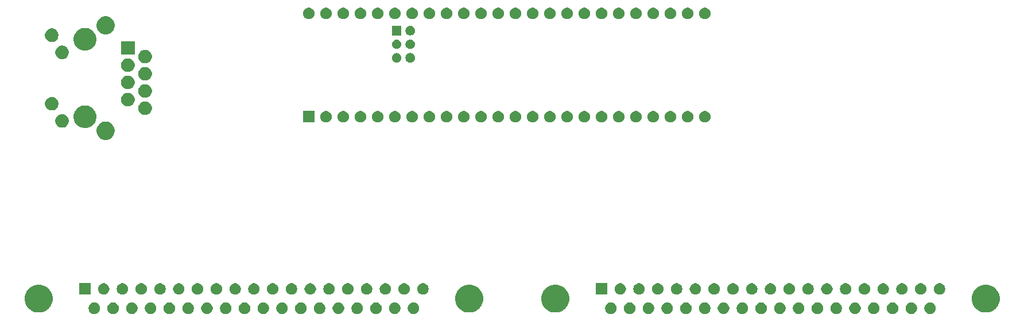
<source format=gbr>
G04 #@! TF.GenerationSoftware,KiCad,Pcbnew,5.1.5-52549c5~84~ubuntu18.04.1*
G04 #@! TF.CreationDate,2020-06-07T21:39:53-07:00*
G04 #@! TF.ProjectId,debugger,64656275-6767-4657-922e-6b696361645f,rev?*
G04 #@! TF.SameCoordinates,Original*
G04 #@! TF.FileFunction,Soldermask,Bot*
G04 #@! TF.FilePolarity,Negative*
%FSLAX46Y46*%
G04 Gerber Fmt 4.6, Leading zero omitted, Abs format (unit mm)*
G04 Created by KiCad (PCBNEW 5.1.5-52549c5~84~ubuntu18.04.1) date 2020-06-07 21:39:53*
%MOMM*%
%LPD*%
G04 APERTURE LIST*
%ADD10C,0.100000*%
G04 APERTURE END LIST*
D10*
G36*
X112463228Y-129021703D02*
G01*
X112618100Y-129085853D01*
X112757481Y-129178985D01*
X112876015Y-129297519D01*
X112969147Y-129436900D01*
X113033297Y-129591772D01*
X113066000Y-129756184D01*
X113066000Y-129923816D01*
X113033297Y-130088228D01*
X112969147Y-130243100D01*
X112876015Y-130382481D01*
X112757481Y-130501015D01*
X112618100Y-130594147D01*
X112463228Y-130658297D01*
X112298816Y-130691000D01*
X112131184Y-130691000D01*
X111966772Y-130658297D01*
X111811900Y-130594147D01*
X111672519Y-130501015D01*
X111553985Y-130382481D01*
X111460853Y-130243100D01*
X111396703Y-130088228D01*
X111364000Y-129923816D01*
X111364000Y-129756184D01*
X111396703Y-129591772D01*
X111460853Y-129436900D01*
X111553985Y-129297519D01*
X111672519Y-129178985D01*
X111811900Y-129085853D01*
X111966772Y-129021703D01*
X112131184Y-128989000D01*
X112298816Y-128989000D01*
X112463228Y-129021703D01*
G37*
G36*
X140163228Y-129021703D02*
G01*
X140318100Y-129085853D01*
X140457481Y-129178985D01*
X140576015Y-129297519D01*
X140669147Y-129436900D01*
X140733297Y-129591772D01*
X140766000Y-129756184D01*
X140766000Y-129923816D01*
X140733297Y-130088228D01*
X140669147Y-130243100D01*
X140576015Y-130382481D01*
X140457481Y-130501015D01*
X140318100Y-130594147D01*
X140163228Y-130658297D01*
X139998816Y-130691000D01*
X139831184Y-130691000D01*
X139666772Y-130658297D01*
X139511900Y-130594147D01*
X139372519Y-130501015D01*
X139253985Y-130382481D01*
X139160853Y-130243100D01*
X139096703Y-130088228D01*
X139064000Y-129923816D01*
X139064000Y-129756184D01*
X139096703Y-129591772D01*
X139160853Y-129436900D01*
X139253985Y-129297519D01*
X139372519Y-129178985D01*
X139511900Y-129085853D01*
X139666772Y-129021703D01*
X139831184Y-128989000D01*
X139998816Y-128989000D01*
X140163228Y-129021703D01*
G37*
G36*
X137393228Y-129021703D02*
G01*
X137548100Y-129085853D01*
X137687481Y-129178985D01*
X137806015Y-129297519D01*
X137899147Y-129436900D01*
X137963297Y-129591772D01*
X137996000Y-129756184D01*
X137996000Y-129923816D01*
X137963297Y-130088228D01*
X137899147Y-130243100D01*
X137806015Y-130382481D01*
X137687481Y-130501015D01*
X137548100Y-130594147D01*
X137393228Y-130658297D01*
X137228816Y-130691000D01*
X137061184Y-130691000D01*
X136896772Y-130658297D01*
X136741900Y-130594147D01*
X136602519Y-130501015D01*
X136483985Y-130382481D01*
X136390853Y-130243100D01*
X136326703Y-130088228D01*
X136294000Y-129923816D01*
X136294000Y-129756184D01*
X136326703Y-129591772D01*
X136390853Y-129436900D01*
X136483985Y-129297519D01*
X136602519Y-129178985D01*
X136741900Y-129085853D01*
X136896772Y-129021703D01*
X137061184Y-128989000D01*
X137228816Y-128989000D01*
X137393228Y-129021703D01*
G37*
G36*
X134623228Y-129021703D02*
G01*
X134778100Y-129085853D01*
X134917481Y-129178985D01*
X135036015Y-129297519D01*
X135129147Y-129436900D01*
X135193297Y-129591772D01*
X135226000Y-129756184D01*
X135226000Y-129923816D01*
X135193297Y-130088228D01*
X135129147Y-130243100D01*
X135036015Y-130382481D01*
X134917481Y-130501015D01*
X134778100Y-130594147D01*
X134623228Y-130658297D01*
X134458816Y-130691000D01*
X134291184Y-130691000D01*
X134126772Y-130658297D01*
X133971900Y-130594147D01*
X133832519Y-130501015D01*
X133713985Y-130382481D01*
X133620853Y-130243100D01*
X133556703Y-130088228D01*
X133524000Y-129923816D01*
X133524000Y-129756184D01*
X133556703Y-129591772D01*
X133620853Y-129436900D01*
X133713985Y-129297519D01*
X133832519Y-129178985D01*
X133971900Y-129085853D01*
X134126772Y-129021703D01*
X134291184Y-128989000D01*
X134458816Y-128989000D01*
X134623228Y-129021703D01*
G37*
G36*
X131853228Y-129021703D02*
G01*
X132008100Y-129085853D01*
X132147481Y-129178985D01*
X132266015Y-129297519D01*
X132359147Y-129436900D01*
X132423297Y-129591772D01*
X132456000Y-129756184D01*
X132456000Y-129923816D01*
X132423297Y-130088228D01*
X132359147Y-130243100D01*
X132266015Y-130382481D01*
X132147481Y-130501015D01*
X132008100Y-130594147D01*
X131853228Y-130658297D01*
X131688816Y-130691000D01*
X131521184Y-130691000D01*
X131356772Y-130658297D01*
X131201900Y-130594147D01*
X131062519Y-130501015D01*
X130943985Y-130382481D01*
X130850853Y-130243100D01*
X130786703Y-130088228D01*
X130754000Y-129923816D01*
X130754000Y-129756184D01*
X130786703Y-129591772D01*
X130850853Y-129436900D01*
X130943985Y-129297519D01*
X131062519Y-129178985D01*
X131201900Y-129085853D01*
X131356772Y-129021703D01*
X131521184Y-128989000D01*
X131688816Y-128989000D01*
X131853228Y-129021703D01*
G37*
G36*
X129083228Y-129021703D02*
G01*
X129238100Y-129085853D01*
X129377481Y-129178985D01*
X129496015Y-129297519D01*
X129589147Y-129436900D01*
X129653297Y-129591772D01*
X129686000Y-129756184D01*
X129686000Y-129923816D01*
X129653297Y-130088228D01*
X129589147Y-130243100D01*
X129496015Y-130382481D01*
X129377481Y-130501015D01*
X129238100Y-130594147D01*
X129083228Y-130658297D01*
X128918816Y-130691000D01*
X128751184Y-130691000D01*
X128586772Y-130658297D01*
X128431900Y-130594147D01*
X128292519Y-130501015D01*
X128173985Y-130382481D01*
X128080853Y-130243100D01*
X128016703Y-130088228D01*
X127984000Y-129923816D01*
X127984000Y-129756184D01*
X128016703Y-129591772D01*
X128080853Y-129436900D01*
X128173985Y-129297519D01*
X128292519Y-129178985D01*
X128431900Y-129085853D01*
X128586772Y-129021703D01*
X128751184Y-128989000D01*
X128918816Y-128989000D01*
X129083228Y-129021703D01*
G37*
G36*
X126313228Y-129021703D02*
G01*
X126468100Y-129085853D01*
X126607481Y-129178985D01*
X126726015Y-129297519D01*
X126819147Y-129436900D01*
X126883297Y-129591772D01*
X126916000Y-129756184D01*
X126916000Y-129923816D01*
X126883297Y-130088228D01*
X126819147Y-130243100D01*
X126726015Y-130382481D01*
X126607481Y-130501015D01*
X126468100Y-130594147D01*
X126313228Y-130658297D01*
X126148816Y-130691000D01*
X125981184Y-130691000D01*
X125816772Y-130658297D01*
X125661900Y-130594147D01*
X125522519Y-130501015D01*
X125403985Y-130382481D01*
X125310853Y-130243100D01*
X125246703Y-130088228D01*
X125214000Y-129923816D01*
X125214000Y-129756184D01*
X125246703Y-129591772D01*
X125310853Y-129436900D01*
X125403985Y-129297519D01*
X125522519Y-129178985D01*
X125661900Y-129085853D01*
X125816772Y-129021703D01*
X125981184Y-128989000D01*
X126148816Y-128989000D01*
X126313228Y-129021703D01*
G37*
G36*
X123543228Y-129021703D02*
G01*
X123698100Y-129085853D01*
X123837481Y-129178985D01*
X123956015Y-129297519D01*
X124049147Y-129436900D01*
X124113297Y-129591772D01*
X124146000Y-129756184D01*
X124146000Y-129923816D01*
X124113297Y-130088228D01*
X124049147Y-130243100D01*
X123956015Y-130382481D01*
X123837481Y-130501015D01*
X123698100Y-130594147D01*
X123543228Y-130658297D01*
X123378816Y-130691000D01*
X123211184Y-130691000D01*
X123046772Y-130658297D01*
X122891900Y-130594147D01*
X122752519Y-130501015D01*
X122633985Y-130382481D01*
X122540853Y-130243100D01*
X122476703Y-130088228D01*
X122444000Y-129923816D01*
X122444000Y-129756184D01*
X122476703Y-129591772D01*
X122540853Y-129436900D01*
X122633985Y-129297519D01*
X122752519Y-129178985D01*
X122891900Y-129085853D01*
X123046772Y-129021703D01*
X123211184Y-128989000D01*
X123378816Y-128989000D01*
X123543228Y-129021703D01*
G37*
G36*
X120773228Y-129021703D02*
G01*
X120928100Y-129085853D01*
X121067481Y-129178985D01*
X121186015Y-129297519D01*
X121279147Y-129436900D01*
X121343297Y-129591772D01*
X121376000Y-129756184D01*
X121376000Y-129923816D01*
X121343297Y-130088228D01*
X121279147Y-130243100D01*
X121186015Y-130382481D01*
X121067481Y-130501015D01*
X120928100Y-130594147D01*
X120773228Y-130658297D01*
X120608816Y-130691000D01*
X120441184Y-130691000D01*
X120276772Y-130658297D01*
X120121900Y-130594147D01*
X119982519Y-130501015D01*
X119863985Y-130382481D01*
X119770853Y-130243100D01*
X119706703Y-130088228D01*
X119674000Y-129923816D01*
X119674000Y-129756184D01*
X119706703Y-129591772D01*
X119770853Y-129436900D01*
X119863985Y-129297519D01*
X119982519Y-129178985D01*
X120121900Y-129085853D01*
X120276772Y-129021703D01*
X120441184Y-128989000D01*
X120608816Y-128989000D01*
X120773228Y-129021703D01*
G37*
G36*
X118003228Y-129021703D02*
G01*
X118158100Y-129085853D01*
X118297481Y-129178985D01*
X118416015Y-129297519D01*
X118509147Y-129436900D01*
X118573297Y-129591772D01*
X118606000Y-129756184D01*
X118606000Y-129923816D01*
X118573297Y-130088228D01*
X118509147Y-130243100D01*
X118416015Y-130382481D01*
X118297481Y-130501015D01*
X118158100Y-130594147D01*
X118003228Y-130658297D01*
X117838816Y-130691000D01*
X117671184Y-130691000D01*
X117506772Y-130658297D01*
X117351900Y-130594147D01*
X117212519Y-130501015D01*
X117093985Y-130382481D01*
X117000853Y-130243100D01*
X116936703Y-130088228D01*
X116904000Y-129923816D01*
X116904000Y-129756184D01*
X116936703Y-129591772D01*
X117000853Y-129436900D01*
X117093985Y-129297519D01*
X117212519Y-129178985D01*
X117351900Y-129085853D01*
X117506772Y-129021703D01*
X117671184Y-128989000D01*
X117838816Y-128989000D01*
X118003228Y-129021703D01*
G37*
G36*
X213593228Y-129021703D02*
G01*
X213748100Y-129085853D01*
X213887481Y-129178985D01*
X214006015Y-129297519D01*
X214099147Y-129436900D01*
X214163297Y-129591772D01*
X214196000Y-129756184D01*
X214196000Y-129923816D01*
X214163297Y-130088228D01*
X214099147Y-130243100D01*
X214006015Y-130382481D01*
X213887481Y-130501015D01*
X213748100Y-130594147D01*
X213593228Y-130658297D01*
X213428816Y-130691000D01*
X213261184Y-130691000D01*
X213096772Y-130658297D01*
X212941900Y-130594147D01*
X212802519Y-130501015D01*
X212683985Y-130382481D01*
X212590853Y-130243100D01*
X212526703Y-130088228D01*
X212494000Y-129923816D01*
X212494000Y-129756184D01*
X212526703Y-129591772D01*
X212590853Y-129436900D01*
X212683985Y-129297519D01*
X212802519Y-129178985D01*
X212941900Y-129085853D01*
X213096772Y-129021703D01*
X213261184Y-128989000D01*
X213428816Y-128989000D01*
X213593228Y-129021703D01*
G37*
G36*
X109693228Y-129021703D02*
G01*
X109848100Y-129085853D01*
X109987481Y-129178985D01*
X110106015Y-129297519D01*
X110199147Y-129436900D01*
X110263297Y-129591772D01*
X110296000Y-129756184D01*
X110296000Y-129923816D01*
X110263297Y-130088228D01*
X110199147Y-130243100D01*
X110106015Y-130382481D01*
X109987481Y-130501015D01*
X109848100Y-130594147D01*
X109693228Y-130658297D01*
X109528816Y-130691000D01*
X109361184Y-130691000D01*
X109196772Y-130658297D01*
X109041900Y-130594147D01*
X108902519Y-130501015D01*
X108783985Y-130382481D01*
X108690853Y-130243100D01*
X108626703Y-130088228D01*
X108594000Y-129923816D01*
X108594000Y-129756184D01*
X108626703Y-129591772D01*
X108690853Y-129436900D01*
X108783985Y-129297519D01*
X108902519Y-129178985D01*
X109041900Y-129085853D01*
X109196772Y-129021703D01*
X109361184Y-128989000D01*
X109528816Y-128989000D01*
X109693228Y-129021703D01*
G37*
G36*
X106923228Y-129021703D02*
G01*
X107078100Y-129085853D01*
X107217481Y-129178985D01*
X107336015Y-129297519D01*
X107429147Y-129436900D01*
X107493297Y-129591772D01*
X107526000Y-129756184D01*
X107526000Y-129923816D01*
X107493297Y-130088228D01*
X107429147Y-130243100D01*
X107336015Y-130382481D01*
X107217481Y-130501015D01*
X107078100Y-130594147D01*
X106923228Y-130658297D01*
X106758816Y-130691000D01*
X106591184Y-130691000D01*
X106426772Y-130658297D01*
X106271900Y-130594147D01*
X106132519Y-130501015D01*
X106013985Y-130382481D01*
X105920853Y-130243100D01*
X105856703Y-130088228D01*
X105824000Y-129923816D01*
X105824000Y-129756184D01*
X105856703Y-129591772D01*
X105920853Y-129436900D01*
X106013985Y-129297519D01*
X106132519Y-129178985D01*
X106271900Y-129085853D01*
X106426772Y-129021703D01*
X106591184Y-128989000D01*
X106758816Y-128989000D01*
X106923228Y-129021703D01*
G37*
G36*
X104153228Y-129021703D02*
G01*
X104308100Y-129085853D01*
X104447481Y-129178985D01*
X104566015Y-129297519D01*
X104659147Y-129436900D01*
X104723297Y-129591772D01*
X104756000Y-129756184D01*
X104756000Y-129923816D01*
X104723297Y-130088228D01*
X104659147Y-130243100D01*
X104566015Y-130382481D01*
X104447481Y-130501015D01*
X104308100Y-130594147D01*
X104153228Y-130658297D01*
X103988816Y-130691000D01*
X103821184Y-130691000D01*
X103656772Y-130658297D01*
X103501900Y-130594147D01*
X103362519Y-130501015D01*
X103243985Y-130382481D01*
X103150853Y-130243100D01*
X103086703Y-130088228D01*
X103054000Y-129923816D01*
X103054000Y-129756184D01*
X103086703Y-129591772D01*
X103150853Y-129436900D01*
X103243985Y-129297519D01*
X103362519Y-129178985D01*
X103501900Y-129085853D01*
X103656772Y-129021703D01*
X103821184Y-128989000D01*
X103988816Y-128989000D01*
X104153228Y-129021703D01*
G37*
G36*
X101383228Y-129021703D02*
G01*
X101538100Y-129085853D01*
X101677481Y-129178985D01*
X101796015Y-129297519D01*
X101889147Y-129436900D01*
X101953297Y-129591772D01*
X101986000Y-129756184D01*
X101986000Y-129923816D01*
X101953297Y-130088228D01*
X101889147Y-130243100D01*
X101796015Y-130382481D01*
X101677481Y-130501015D01*
X101538100Y-130594147D01*
X101383228Y-130658297D01*
X101218816Y-130691000D01*
X101051184Y-130691000D01*
X100886772Y-130658297D01*
X100731900Y-130594147D01*
X100592519Y-130501015D01*
X100473985Y-130382481D01*
X100380853Y-130243100D01*
X100316703Y-130088228D01*
X100284000Y-129923816D01*
X100284000Y-129756184D01*
X100316703Y-129591772D01*
X100380853Y-129436900D01*
X100473985Y-129297519D01*
X100592519Y-129178985D01*
X100731900Y-129085853D01*
X100886772Y-129021703D01*
X101051184Y-128989000D01*
X101218816Y-128989000D01*
X101383228Y-129021703D01*
G37*
G36*
X98613228Y-129021703D02*
G01*
X98768100Y-129085853D01*
X98907481Y-129178985D01*
X99026015Y-129297519D01*
X99119147Y-129436900D01*
X99183297Y-129591772D01*
X99216000Y-129756184D01*
X99216000Y-129923816D01*
X99183297Y-130088228D01*
X99119147Y-130243100D01*
X99026015Y-130382481D01*
X98907481Y-130501015D01*
X98768100Y-130594147D01*
X98613228Y-130658297D01*
X98448816Y-130691000D01*
X98281184Y-130691000D01*
X98116772Y-130658297D01*
X97961900Y-130594147D01*
X97822519Y-130501015D01*
X97703985Y-130382481D01*
X97610853Y-130243100D01*
X97546703Y-130088228D01*
X97514000Y-129923816D01*
X97514000Y-129756184D01*
X97546703Y-129591772D01*
X97610853Y-129436900D01*
X97703985Y-129297519D01*
X97822519Y-129178985D01*
X97961900Y-129085853D01*
X98116772Y-129021703D01*
X98281184Y-128989000D01*
X98448816Y-128989000D01*
X98613228Y-129021703D01*
G37*
G36*
X95843228Y-129021703D02*
G01*
X95998100Y-129085853D01*
X96137481Y-129178985D01*
X96256015Y-129297519D01*
X96349147Y-129436900D01*
X96413297Y-129591772D01*
X96446000Y-129756184D01*
X96446000Y-129923816D01*
X96413297Y-130088228D01*
X96349147Y-130243100D01*
X96256015Y-130382481D01*
X96137481Y-130501015D01*
X95998100Y-130594147D01*
X95843228Y-130658297D01*
X95678816Y-130691000D01*
X95511184Y-130691000D01*
X95346772Y-130658297D01*
X95191900Y-130594147D01*
X95052519Y-130501015D01*
X94933985Y-130382481D01*
X94840853Y-130243100D01*
X94776703Y-130088228D01*
X94744000Y-129923816D01*
X94744000Y-129756184D01*
X94776703Y-129591772D01*
X94840853Y-129436900D01*
X94933985Y-129297519D01*
X95052519Y-129178985D01*
X95191900Y-129085853D01*
X95346772Y-129021703D01*
X95511184Y-128989000D01*
X95678816Y-128989000D01*
X95843228Y-129021703D01*
G37*
G36*
X93073228Y-129021703D02*
G01*
X93228100Y-129085853D01*
X93367481Y-129178985D01*
X93486015Y-129297519D01*
X93579147Y-129436900D01*
X93643297Y-129591772D01*
X93676000Y-129756184D01*
X93676000Y-129923816D01*
X93643297Y-130088228D01*
X93579147Y-130243100D01*
X93486015Y-130382481D01*
X93367481Y-130501015D01*
X93228100Y-130594147D01*
X93073228Y-130658297D01*
X92908816Y-130691000D01*
X92741184Y-130691000D01*
X92576772Y-130658297D01*
X92421900Y-130594147D01*
X92282519Y-130501015D01*
X92163985Y-130382481D01*
X92070853Y-130243100D01*
X92006703Y-130088228D01*
X91974000Y-129923816D01*
X91974000Y-129756184D01*
X92006703Y-129591772D01*
X92070853Y-129436900D01*
X92163985Y-129297519D01*
X92282519Y-129178985D01*
X92421900Y-129085853D01*
X92576772Y-129021703D01*
X92741184Y-128989000D01*
X92908816Y-128989000D01*
X93073228Y-129021703D01*
G37*
G36*
X188663228Y-129021703D02*
G01*
X188818100Y-129085853D01*
X188957481Y-129178985D01*
X189076015Y-129297519D01*
X189169147Y-129436900D01*
X189233297Y-129591772D01*
X189266000Y-129756184D01*
X189266000Y-129923816D01*
X189233297Y-130088228D01*
X189169147Y-130243100D01*
X189076015Y-130382481D01*
X188957481Y-130501015D01*
X188818100Y-130594147D01*
X188663228Y-130658297D01*
X188498816Y-130691000D01*
X188331184Y-130691000D01*
X188166772Y-130658297D01*
X188011900Y-130594147D01*
X187872519Y-130501015D01*
X187753985Y-130382481D01*
X187660853Y-130243100D01*
X187596703Y-130088228D01*
X187564000Y-129923816D01*
X187564000Y-129756184D01*
X187596703Y-129591772D01*
X187660853Y-129436900D01*
X187753985Y-129297519D01*
X187872519Y-129178985D01*
X188011900Y-129085853D01*
X188166772Y-129021703D01*
X188331184Y-128989000D01*
X188498816Y-128989000D01*
X188663228Y-129021703D01*
G37*
G36*
X169273228Y-129021703D02*
G01*
X169428100Y-129085853D01*
X169567481Y-129178985D01*
X169686015Y-129297519D01*
X169779147Y-129436900D01*
X169843297Y-129591772D01*
X169876000Y-129756184D01*
X169876000Y-129923816D01*
X169843297Y-130088228D01*
X169779147Y-130243100D01*
X169686015Y-130382481D01*
X169567481Y-130501015D01*
X169428100Y-130594147D01*
X169273228Y-130658297D01*
X169108816Y-130691000D01*
X168941184Y-130691000D01*
X168776772Y-130658297D01*
X168621900Y-130594147D01*
X168482519Y-130501015D01*
X168363985Y-130382481D01*
X168270853Y-130243100D01*
X168206703Y-130088228D01*
X168174000Y-129923816D01*
X168174000Y-129756184D01*
X168206703Y-129591772D01*
X168270853Y-129436900D01*
X168363985Y-129297519D01*
X168482519Y-129178985D01*
X168621900Y-129085853D01*
X168776772Y-129021703D01*
X168941184Y-128989000D01*
X169108816Y-128989000D01*
X169273228Y-129021703D01*
G37*
G36*
X115233228Y-129021703D02*
G01*
X115388100Y-129085853D01*
X115527481Y-129178985D01*
X115646015Y-129297519D01*
X115739147Y-129436900D01*
X115803297Y-129591772D01*
X115836000Y-129756184D01*
X115836000Y-129923816D01*
X115803297Y-130088228D01*
X115739147Y-130243100D01*
X115646015Y-130382481D01*
X115527481Y-130501015D01*
X115388100Y-130594147D01*
X115233228Y-130658297D01*
X115068816Y-130691000D01*
X114901184Y-130691000D01*
X114736772Y-130658297D01*
X114581900Y-130594147D01*
X114442519Y-130501015D01*
X114323985Y-130382481D01*
X114230853Y-130243100D01*
X114166703Y-130088228D01*
X114134000Y-129923816D01*
X114134000Y-129756184D01*
X114166703Y-129591772D01*
X114230853Y-129436900D01*
X114323985Y-129297519D01*
X114442519Y-129178985D01*
X114581900Y-129085853D01*
X114736772Y-129021703D01*
X114901184Y-128989000D01*
X115068816Y-128989000D01*
X115233228Y-129021703D01*
G37*
G36*
X210823228Y-129021703D02*
G01*
X210978100Y-129085853D01*
X211117481Y-129178985D01*
X211236015Y-129297519D01*
X211329147Y-129436900D01*
X211393297Y-129591772D01*
X211426000Y-129756184D01*
X211426000Y-129923816D01*
X211393297Y-130088228D01*
X211329147Y-130243100D01*
X211236015Y-130382481D01*
X211117481Y-130501015D01*
X210978100Y-130594147D01*
X210823228Y-130658297D01*
X210658816Y-130691000D01*
X210491184Y-130691000D01*
X210326772Y-130658297D01*
X210171900Y-130594147D01*
X210032519Y-130501015D01*
X209913985Y-130382481D01*
X209820853Y-130243100D01*
X209756703Y-130088228D01*
X209724000Y-129923816D01*
X209724000Y-129756184D01*
X209756703Y-129591772D01*
X209820853Y-129436900D01*
X209913985Y-129297519D01*
X210032519Y-129178985D01*
X210171900Y-129085853D01*
X210326772Y-129021703D01*
X210491184Y-128989000D01*
X210658816Y-128989000D01*
X210823228Y-129021703D01*
G37*
G36*
X208053228Y-129021703D02*
G01*
X208208100Y-129085853D01*
X208347481Y-129178985D01*
X208466015Y-129297519D01*
X208559147Y-129436900D01*
X208623297Y-129591772D01*
X208656000Y-129756184D01*
X208656000Y-129923816D01*
X208623297Y-130088228D01*
X208559147Y-130243100D01*
X208466015Y-130382481D01*
X208347481Y-130501015D01*
X208208100Y-130594147D01*
X208053228Y-130658297D01*
X207888816Y-130691000D01*
X207721184Y-130691000D01*
X207556772Y-130658297D01*
X207401900Y-130594147D01*
X207262519Y-130501015D01*
X207143985Y-130382481D01*
X207050853Y-130243100D01*
X206986703Y-130088228D01*
X206954000Y-129923816D01*
X206954000Y-129756184D01*
X206986703Y-129591772D01*
X207050853Y-129436900D01*
X207143985Y-129297519D01*
X207262519Y-129178985D01*
X207401900Y-129085853D01*
X207556772Y-129021703D01*
X207721184Y-128989000D01*
X207888816Y-128989000D01*
X208053228Y-129021703D01*
G37*
G36*
X205283228Y-129021703D02*
G01*
X205438100Y-129085853D01*
X205577481Y-129178985D01*
X205696015Y-129297519D01*
X205789147Y-129436900D01*
X205853297Y-129591772D01*
X205886000Y-129756184D01*
X205886000Y-129923816D01*
X205853297Y-130088228D01*
X205789147Y-130243100D01*
X205696015Y-130382481D01*
X205577481Y-130501015D01*
X205438100Y-130594147D01*
X205283228Y-130658297D01*
X205118816Y-130691000D01*
X204951184Y-130691000D01*
X204786772Y-130658297D01*
X204631900Y-130594147D01*
X204492519Y-130501015D01*
X204373985Y-130382481D01*
X204280853Y-130243100D01*
X204216703Y-130088228D01*
X204184000Y-129923816D01*
X204184000Y-129756184D01*
X204216703Y-129591772D01*
X204280853Y-129436900D01*
X204373985Y-129297519D01*
X204492519Y-129178985D01*
X204631900Y-129085853D01*
X204786772Y-129021703D01*
X204951184Y-128989000D01*
X205118816Y-128989000D01*
X205283228Y-129021703D01*
G37*
G36*
X202513228Y-129021703D02*
G01*
X202668100Y-129085853D01*
X202807481Y-129178985D01*
X202926015Y-129297519D01*
X203019147Y-129436900D01*
X203083297Y-129591772D01*
X203116000Y-129756184D01*
X203116000Y-129923816D01*
X203083297Y-130088228D01*
X203019147Y-130243100D01*
X202926015Y-130382481D01*
X202807481Y-130501015D01*
X202668100Y-130594147D01*
X202513228Y-130658297D01*
X202348816Y-130691000D01*
X202181184Y-130691000D01*
X202016772Y-130658297D01*
X201861900Y-130594147D01*
X201722519Y-130501015D01*
X201603985Y-130382481D01*
X201510853Y-130243100D01*
X201446703Y-130088228D01*
X201414000Y-129923816D01*
X201414000Y-129756184D01*
X201446703Y-129591772D01*
X201510853Y-129436900D01*
X201603985Y-129297519D01*
X201722519Y-129178985D01*
X201861900Y-129085853D01*
X202016772Y-129021703D01*
X202181184Y-128989000D01*
X202348816Y-128989000D01*
X202513228Y-129021703D01*
G37*
G36*
X199743228Y-129021703D02*
G01*
X199898100Y-129085853D01*
X200037481Y-129178985D01*
X200156015Y-129297519D01*
X200249147Y-129436900D01*
X200313297Y-129591772D01*
X200346000Y-129756184D01*
X200346000Y-129923816D01*
X200313297Y-130088228D01*
X200249147Y-130243100D01*
X200156015Y-130382481D01*
X200037481Y-130501015D01*
X199898100Y-130594147D01*
X199743228Y-130658297D01*
X199578816Y-130691000D01*
X199411184Y-130691000D01*
X199246772Y-130658297D01*
X199091900Y-130594147D01*
X198952519Y-130501015D01*
X198833985Y-130382481D01*
X198740853Y-130243100D01*
X198676703Y-130088228D01*
X198644000Y-129923816D01*
X198644000Y-129756184D01*
X198676703Y-129591772D01*
X198740853Y-129436900D01*
X198833985Y-129297519D01*
X198952519Y-129178985D01*
X199091900Y-129085853D01*
X199246772Y-129021703D01*
X199411184Y-128989000D01*
X199578816Y-128989000D01*
X199743228Y-129021703D01*
G37*
G36*
X196973228Y-129021703D02*
G01*
X197128100Y-129085853D01*
X197267481Y-129178985D01*
X197386015Y-129297519D01*
X197479147Y-129436900D01*
X197543297Y-129591772D01*
X197576000Y-129756184D01*
X197576000Y-129923816D01*
X197543297Y-130088228D01*
X197479147Y-130243100D01*
X197386015Y-130382481D01*
X197267481Y-130501015D01*
X197128100Y-130594147D01*
X196973228Y-130658297D01*
X196808816Y-130691000D01*
X196641184Y-130691000D01*
X196476772Y-130658297D01*
X196321900Y-130594147D01*
X196182519Y-130501015D01*
X196063985Y-130382481D01*
X195970853Y-130243100D01*
X195906703Y-130088228D01*
X195874000Y-129923816D01*
X195874000Y-129756184D01*
X195906703Y-129591772D01*
X195970853Y-129436900D01*
X196063985Y-129297519D01*
X196182519Y-129178985D01*
X196321900Y-129085853D01*
X196476772Y-129021703D01*
X196641184Y-128989000D01*
X196808816Y-128989000D01*
X196973228Y-129021703D01*
G37*
G36*
X194203228Y-129021703D02*
G01*
X194358100Y-129085853D01*
X194497481Y-129178985D01*
X194616015Y-129297519D01*
X194709147Y-129436900D01*
X194773297Y-129591772D01*
X194806000Y-129756184D01*
X194806000Y-129923816D01*
X194773297Y-130088228D01*
X194709147Y-130243100D01*
X194616015Y-130382481D01*
X194497481Y-130501015D01*
X194358100Y-130594147D01*
X194203228Y-130658297D01*
X194038816Y-130691000D01*
X193871184Y-130691000D01*
X193706772Y-130658297D01*
X193551900Y-130594147D01*
X193412519Y-130501015D01*
X193293985Y-130382481D01*
X193200853Y-130243100D01*
X193136703Y-130088228D01*
X193104000Y-129923816D01*
X193104000Y-129756184D01*
X193136703Y-129591772D01*
X193200853Y-129436900D01*
X193293985Y-129297519D01*
X193412519Y-129178985D01*
X193551900Y-129085853D01*
X193706772Y-129021703D01*
X193871184Y-128989000D01*
X194038816Y-128989000D01*
X194203228Y-129021703D01*
G37*
G36*
X191433228Y-129021703D02*
G01*
X191588100Y-129085853D01*
X191727481Y-129178985D01*
X191846015Y-129297519D01*
X191939147Y-129436900D01*
X192003297Y-129591772D01*
X192036000Y-129756184D01*
X192036000Y-129923816D01*
X192003297Y-130088228D01*
X191939147Y-130243100D01*
X191846015Y-130382481D01*
X191727481Y-130501015D01*
X191588100Y-130594147D01*
X191433228Y-130658297D01*
X191268816Y-130691000D01*
X191101184Y-130691000D01*
X190936772Y-130658297D01*
X190781900Y-130594147D01*
X190642519Y-130501015D01*
X190523985Y-130382481D01*
X190430853Y-130243100D01*
X190366703Y-130088228D01*
X190334000Y-129923816D01*
X190334000Y-129756184D01*
X190366703Y-129591772D01*
X190430853Y-129436900D01*
X190523985Y-129297519D01*
X190642519Y-129178985D01*
X190781900Y-129085853D01*
X190936772Y-129021703D01*
X191101184Y-128989000D01*
X191268816Y-128989000D01*
X191433228Y-129021703D01*
G37*
G36*
X216363228Y-129021703D02*
G01*
X216518100Y-129085853D01*
X216657481Y-129178985D01*
X216776015Y-129297519D01*
X216869147Y-129436900D01*
X216933297Y-129591772D01*
X216966000Y-129756184D01*
X216966000Y-129923816D01*
X216933297Y-130088228D01*
X216869147Y-130243100D01*
X216776015Y-130382481D01*
X216657481Y-130501015D01*
X216518100Y-130594147D01*
X216363228Y-130658297D01*
X216198816Y-130691000D01*
X216031184Y-130691000D01*
X215866772Y-130658297D01*
X215711900Y-130594147D01*
X215572519Y-130501015D01*
X215453985Y-130382481D01*
X215360853Y-130243100D01*
X215296703Y-130088228D01*
X215264000Y-129923816D01*
X215264000Y-129756184D01*
X215296703Y-129591772D01*
X215360853Y-129436900D01*
X215453985Y-129297519D01*
X215572519Y-129178985D01*
X215711900Y-129085853D01*
X215866772Y-129021703D01*
X216031184Y-128989000D01*
X216198816Y-128989000D01*
X216363228Y-129021703D01*
G37*
G36*
X185893228Y-129021703D02*
G01*
X186048100Y-129085853D01*
X186187481Y-129178985D01*
X186306015Y-129297519D01*
X186399147Y-129436900D01*
X186463297Y-129591772D01*
X186496000Y-129756184D01*
X186496000Y-129923816D01*
X186463297Y-130088228D01*
X186399147Y-130243100D01*
X186306015Y-130382481D01*
X186187481Y-130501015D01*
X186048100Y-130594147D01*
X185893228Y-130658297D01*
X185728816Y-130691000D01*
X185561184Y-130691000D01*
X185396772Y-130658297D01*
X185241900Y-130594147D01*
X185102519Y-130501015D01*
X184983985Y-130382481D01*
X184890853Y-130243100D01*
X184826703Y-130088228D01*
X184794000Y-129923816D01*
X184794000Y-129756184D01*
X184826703Y-129591772D01*
X184890853Y-129436900D01*
X184983985Y-129297519D01*
X185102519Y-129178985D01*
X185241900Y-129085853D01*
X185396772Y-129021703D01*
X185561184Y-128989000D01*
X185728816Y-128989000D01*
X185893228Y-129021703D01*
G37*
G36*
X183123228Y-129021703D02*
G01*
X183278100Y-129085853D01*
X183417481Y-129178985D01*
X183536015Y-129297519D01*
X183629147Y-129436900D01*
X183693297Y-129591772D01*
X183726000Y-129756184D01*
X183726000Y-129923816D01*
X183693297Y-130088228D01*
X183629147Y-130243100D01*
X183536015Y-130382481D01*
X183417481Y-130501015D01*
X183278100Y-130594147D01*
X183123228Y-130658297D01*
X182958816Y-130691000D01*
X182791184Y-130691000D01*
X182626772Y-130658297D01*
X182471900Y-130594147D01*
X182332519Y-130501015D01*
X182213985Y-130382481D01*
X182120853Y-130243100D01*
X182056703Y-130088228D01*
X182024000Y-129923816D01*
X182024000Y-129756184D01*
X182056703Y-129591772D01*
X182120853Y-129436900D01*
X182213985Y-129297519D01*
X182332519Y-129178985D01*
X182471900Y-129085853D01*
X182626772Y-129021703D01*
X182791184Y-128989000D01*
X182958816Y-128989000D01*
X183123228Y-129021703D01*
G37*
G36*
X180353228Y-129021703D02*
G01*
X180508100Y-129085853D01*
X180647481Y-129178985D01*
X180766015Y-129297519D01*
X180859147Y-129436900D01*
X180923297Y-129591772D01*
X180956000Y-129756184D01*
X180956000Y-129923816D01*
X180923297Y-130088228D01*
X180859147Y-130243100D01*
X180766015Y-130382481D01*
X180647481Y-130501015D01*
X180508100Y-130594147D01*
X180353228Y-130658297D01*
X180188816Y-130691000D01*
X180021184Y-130691000D01*
X179856772Y-130658297D01*
X179701900Y-130594147D01*
X179562519Y-130501015D01*
X179443985Y-130382481D01*
X179350853Y-130243100D01*
X179286703Y-130088228D01*
X179254000Y-129923816D01*
X179254000Y-129756184D01*
X179286703Y-129591772D01*
X179350853Y-129436900D01*
X179443985Y-129297519D01*
X179562519Y-129178985D01*
X179701900Y-129085853D01*
X179856772Y-129021703D01*
X180021184Y-128989000D01*
X180188816Y-128989000D01*
X180353228Y-129021703D01*
G37*
G36*
X177583228Y-129021703D02*
G01*
X177738100Y-129085853D01*
X177877481Y-129178985D01*
X177996015Y-129297519D01*
X178089147Y-129436900D01*
X178153297Y-129591772D01*
X178186000Y-129756184D01*
X178186000Y-129923816D01*
X178153297Y-130088228D01*
X178089147Y-130243100D01*
X177996015Y-130382481D01*
X177877481Y-130501015D01*
X177738100Y-130594147D01*
X177583228Y-130658297D01*
X177418816Y-130691000D01*
X177251184Y-130691000D01*
X177086772Y-130658297D01*
X176931900Y-130594147D01*
X176792519Y-130501015D01*
X176673985Y-130382481D01*
X176580853Y-130243100D01*
X176516703Y-130088228D01*
X176484000Y-129923816D01*
X176484000Y-129756184D01*
X176516703Y-129591772D01*
X176580853Y-129436900D01*
X176673985Y-129297519D01*
X176792519Y-129178985D01*
X176931900Y-129085853D01*
X177086772Y-129021703D01*
X177251184Y-128989000D01*
X177418816Y-128989000D01*
X177583228Y-129021703D01*
G37*
G36*
X174813228Y-129021703D02*
G01*
X174968100Y-129085853D01*
X175107481Y-129178985D01*
X175226015Y-129297519D01*
X175319147Y-129436900D01*
X175383297Y-129591772D01*
X175416000Y-129756184D01*
X175416000Y-129923816D01*
X175383297Y-130088228D01*
X175319147Y-130243100D01*
X175226015Y-130382481D01*
X175107481Y-130501015D01*
X174968100Y-130594147D01*
X174813228Y-130658297D01*
X174648816Y-130691000D01*
X174481184Y-130691000D01*
X174316772Y-130658297D01*
X174161900Y-130594147D01*
X174022519Y-130501015D01*
X173903985Y-130382481D01*
X173810853Y-130243100D01*
X173746703Y-130088228D01*
X173714000Y-129923816D01*
X173714000Y-129756184D01*
X173746703Y-129591772D01*
X173810853Y-129436900D01*
X173903985Y-129297519D01*
X174022519Y-129178985D01*
X174161900Y-129085853D01*
X174316772Y-129021703D01*
X174481184Y-128989000D01*
X174648816Y-128989000D01*
X174813228Y-129021703D01*
G37*
G36*
X172043228Y-129021703D02*
G01*
X172198100Y-129085853D01*
X172337481Y-129178985D01*
X172456015Y-129297519D01*
X172549147Y-129436900D01*
X172613297Y-129591772D01*
X172646000Y-129756184D01*
X172646000Y-129923816D01*
X172613297Y-130088228D01*
X172549147Y-130243100D01*
X172456015Y-130382481D01*
X172337481Y-130501015D01*
X172198100Y-130594147D01*
X172043228Y-130658297D01*
X171878816Y-130691000D01*
X171711184Y-130691000D01*
X171546772Y-130658297D01*
X171391900Y-130594147D01*
X171252519Y-130501015D01*
X171133985Y-130382481D01*
X171040853Y-130243100D01*
X170976703Y-130088228D01*
X170944000Y-129923816D01*
X170944000Y-129756184D01*
X170976703Y-129591772D01*
X171040853Y-129436900D01*
X171133985Y-129297519D01*
X171252519Y-129178985D01*
X171391900Y-129085853D01*
X171546772Y-129021703D01*
X171711184Y-128989000D01*
X171878816Y-128989000D01*
X172043228Y-129021703D01*
G37*
G36*
X224918254Y-126447818D02*
G01*
X225278170Y-126596900D01*
X225291513Y-126602427D01*
X225627436Y-126826884D01*
X225913116Y-127112564D01*
X226003765Y-127248229D01*
X226137574Y-127448489D01*
X226292182Y-127821746D01*
X226371000Y-128217993D01*
X226371000Y-128622007D01*
X226292182Y-129018254D01*
X226176506Y-129297520D01*
X226137573Y-129391513D01*
X225913116Y-129727436D01*
X225627436Y-130013116D01*
X225291513Y-130237573D01*
X225291512Y-130237574D01*
X225291511Y-130237574D01*
X224918254Y-130392182D01*
X224522007Y-130471000D01*
X224117993Y-130471000D01*
X223721746Y-130392182D01*
X223348489Y-130237574D01*
X223348488Y-130237574D01*
X223348487Y-130237573D01*
X223012564Y-130013116D01*
X222726884Y-129727436D01*
X222502427Y-129391513D01*
X222463494Y-129297520D01*
X222347818Y-129018254D01*
X222269000Y-128622007D01*
X222269000Y-128217993D01*
X222347818Y-127821746D01*
X222502426Y-127448489D01*
X222636236Y-127248229D01*
X222726884Y-127112564D01*
X223012564Y-126826884D01*
X223348487Y-126602427D01*
X223361830Y-126596900D01*
X223721746Y-126447818D01*
X224117993Y-126369000D01*
X224522007Y-126369000D01*
X224918254Y-126447818D01*
G37*
G36*
X161418254Y-126447818D02*
G01*
X161778170Y-126596900D01*
X161791513Y-126602427D01*
X162127436Y-126826884D01*
X162413116Y-127112564D01*
X162503765Y-127248229D01*
X162637574Y-127448489D01*
X162792182Y-127821746D01*
X162871000Y-128217993D01*
X162871000Y-128622007D01*
X162792182Y-129018254D01*
X162676506Y-129297520D01*
X162637573Y-129391513D01*
X162413116Y-129727436D01*
X162127436Y-130013116D01*
X161791513Y-130237573D01*
X161791512Y-130237574D01*
X161791511Y-130237574D01*
X161418254Y-130392182D01*
X161022007Y-130471000D01*
X160617993Y-130471000D01*
X160221746Y-130392182D01*
X159848489Y-130237574D01*
X159848488Y-130237574D01*
X159848487Y-130237573D01*
X159512564Y-130013116D01*
X159226884Y-129727436D01*
X159002427Y-129391513D01*
X158963494Y-129297520D01*
X158847818Y-129018254D01*
X158769000Y-128622007D01*
X158769000Y-128217993D01*
X158847818Y-127821746D01*
X159002426Y-127448489D01*
X159136236Y-127248229D01*
X159226884Y-127112564D01*
X159512564Y-126826884D01*
X159848487Y-126602427D01*
X159861830Y-126596900D01*
X160221746Y-126447818D01*
X160617993Y-126369000D01*
X161022007Y-126369000D01*
X161418254Y-126447818D01*
G37*
G36*
X148718254Y-126447818D02*
G01*
X149078170Y-126596900D01*
X149091513Y-126602427D01*
X149427436Y-126826884D01*
X149713116Y-127112564D01*
X149803765Y-127248229D01*
X149937574Y-127448489D01*
X150092182Y-127821746D01*
X150171000Y-128217993D01*
X150171000Y-128622007D01*
X150092182Y-129018254D01*
X149976506Y-129297520D01*
X149937573Y-129391513D01*
X149713116Y-129727436D01*
X149427436Y-130013116D01*
X149091513Y-130237573D01*
X149091512Y-130237574D01*
X149091511Y-130237574D01*
X148718254Y-130392182D01*
X148322007Y-130471000D01*
X147917993Y-130471000D01*
X147521746Y-130392182D01*
X147148489Y-130237574D01*
X147148488Y-130237574D01*
X147148487Y-130237573D01*
X146812564Y-130013116D01*
X146526884Y-129727436D01*
X146302427Y-129391513D01*
X146263494Y-129297520D01*
X146147818Y-129018254D01*
X146069000Y-128622007D01*
X146069000Y-128217993D01*
X146147818Y-127821746D01*
X146302426Y-127448489D01*
X146436236Y-127248229D01*
X146526884Y-127112564D01*
X146812564Y-126826884D01*
X147148487Y-126602427D01*
X147161830Y-126596900D01*
X147521746Y-126447818D01*
X147917993Y-126369000D01*
X148322007Y-126369000D01*
X148718254Y-126447818D01*
G37*
G36*
X85218254Y-126447818D02*
G01*
X85578170Y-126596900D01*
X85591513Y-126602427D01*
X85927436Y-126826884D01*
X86213116Y-127112564D01*
X86303765Y-127248229D01*
X86437574Y-127448489D01*
X86592182Y-127821746D01*
X86671000Y-128217993D01*
X86671000Y-128622007D01*
X86592182Y-129018254D01*
X86476506Y-129297520D01*
X86437573Y-129391513D01*
X86213116Y-129727436D01*
X85927436Y-130013116D01*
X85591513Y-130237573D01*
X85591512Y-130237574D01*
X85591511Y-130237574D01*
X85218254Y-130392182D01*
X84822007Y-130471000D01*
X84417993Y-130471000D01*
X84021746Y-130392182D01*
X83648489Y-130237574D01*
X83648488Y-130237574D01*
X83648487Y-130237573D01*
X83312564Y-130013116D01*
X83026884Y-129727436D01*
X82802427Y-129391513D01*
X82763494Y-129297520D01*
X82647818Y-129018254D01*
X82569000Y-128622007D01*
X82569000Y-128217993D01*
X82647818Y-127821746D01*
X82802426Y-127448489D01*
X82936236Y-127248229D01*
X83026884Y-127112564D01*
X83312564Y-126826884D01*
X83648487Y-126602427D01*
X83661830Y-126596900D01*
X84021746Y-126447818D01*
X84417993Y-126369000D01*
X84822007Y-126369000D01*
X85218254Y-126447818D01*
G37*
G36*
X217748228Y-126181703D02*
G01*
X217903100Y-126245853D01*
X218042481Y-126338985D01*
X218161015Y-126457519D01*
X218254147Y-126596900D01*
X218318297Y-126751772D01*
X218351000Y-126916184D01*
X218351000Y-127083816D01*
X218318297Y-127248228D01*
X218254147Y-127403100D01*
X218161015Y-127542481D01*
X218042481Y-127661015D01*
X217903100Y-127754147D01*
X217748228Y-127818297D01*
X217583816Y-127851000D01*
X217416184Y-127851000D01*
X217251772Y-127818297D01*
X217096900Y-127754147D01*
X216957519Y-127661015D01*
X216838985Y-127542481D01*
X216745853Y-127403100D01*
X216681703Y-127248228D01*
X216649000Y-127083816D01*
X216649000Y-126916184D01*
X216681703Y-126751772D01*
X216745853Y-126596900D01*
X216838985Y-126457519D01*
X216957519Y-126338985D01*
X217096900Y-126245853D01*
X217251772Y-126181703D01*
X217416184Y-126149000D01*
X217583816Y-126149000D01*
X217748228Y-126181703D01*
G37*
G36*
X92291000Y-127851000D02*
G01*
X90589000Y-127851000D01*
X90589000Y-126149000D01*
X92291000Y-126149000D01*
X92291000Y-127851000D01*
G37*
G36*
X94458228Y-126181703D02*
G01*
X94613100Y-126245853D01*
X94752481Y-126338985D01*
X94871015Y-126457519D01*
X94964147Y-126596900D01*
X95028297Y-126751772D01*
X95061000Y-126916184D01*
X95061000Y-127083816D01*
X95028297Y-127248228D01*
X94964147Y-127403100D01*
X94871015Y-127542481D01*
X94752481Y-127661015D01*
X94613100Y-127754147D01*
X94458228Y-127818297D01*
X94293816Y-127851000D01*
X94126184Y-127851000D01*
X93961772Y-127818297D01*
X93806900Y-127754147D01*
X93667519Y-127661015D01*
X93548985Y-127542481D01*
X93455853Y-127403100D01*
X93391703Y-127248228D01*
X93359000Y-127083816D01*
X93359000Y-126916184D01*
X93391703Y-126751772D01*
X93455853Y-126596900D01*
X93548985Y-126457519D01*
X93667519Y-126338985D01*
X93806900Y-126245853D01*
X93961772Y-126181703D01*
X94126184Y-126149000D01*
X94293816Y-126149000D01*
X94458228Y-126181703D01*
G37*
G36*
X97228228Y-126181703D02*
G01*
X97383100Y-126245853D01*
X97522481Y-126338985D01*
X97641015Y-126457519D01*
X97734147Y-126596900D01*
X97798297Y-126751772D01*
X97831000Y-126916184D01*
X97831000Y-127083816D01*
X97798297Y-127248228D01*
X97734147Y-127403100D01*
X97641015Y-127542481D01*
X97522481Y-127661015D01*
X97383100Y-127754147D01*
X97228228Y-127818297D01*
X97063816Y-127851000D01*
X96896184Y-127851000D01*
X96731772Y-127818297D01*
X96576900Y-127754147D01*
X96437519Y-127661015D01*
X96318985Y-127542481D01*
X96225853Y-127403100D01*
X96161703Y-127248228D01*
X96129000Y-127083816D01*
X96129000Y-126916184D01*
X96161703Y-126751772D01*
X96225853Y-126596900D01*
X96318985Y-126457519D01*
X96437519Y-126338985D01*
X96576900Y-126245853D01*
X96731772Y-126181703D01*
X96896184Y-126149000D01*
X97063816Y-126149000D01*
X97228228Y-126181703D01*
G37*
G36*
X99998228Y-126181703D02*
G01*
X100153100Y-126245853D01*
X100292481Y-126338985D01*
X100411015Y-126457519D01*
X100504147Y-126596900D01*
X100568297Y-126751772D01*
X100601000Y-126916184D01*
X100601000Y-127083816D01*
X100568297Y-127248228D01*
X100504147Y-127403100D01*
X100411015Y-127542481D01*
X100292481Y-127661015D01*
X100153100Y-127754147D01*
X99998228Y-127818297D01*
X99833816Y-127851000D01*
X99666184Y-127851000D01*
X99501772Y-127818297D01*
X99346900Y-127754147D01*
X99207519Y-127661015D01*
X99088985Y-127542481D01*
X98995853Y-127403100D01*
X98931703Y-127248228D01*
X98899000Y-127083816D01*
X98899000Y-126916184D01*
X98931703Y-126751772D01*
X98995853Y-126596900D01*
X99088985Y-126457519D01*
X99207519Y-126338985D01*
X99346900Y-126245853D01*
X99501772Y-126181703D01*
X99666184Y-126149000D01*
X99833816Y-126149000D01*
X99998228Y-126181703D01*
G37*
G36*
X102768228Y-126181703D02*
G01*
X102923100Y-126245853D01*
X103062481Y-126338985D01*
X103181015Y-126457519D01*
X103274147Y-126596900D01*
X103338297Y-126751772D01*
X103371000Y-126916184D01*
X103371000Y-127083816D01*
X103338297Y-127248228D01*
X103274147Y-127403100D01*
X103181015Y-127542481D01*
X103062481Y-127661015D01*
X102923100Y-127754147D01*
X102768228Y-127818297D01*
X102603816Y-127851000D01*
X102436184Y-127851000D01*
X102271772Y-127818297D01*
X102116900Y-127754147D01*
X101977519Y-127661015D01*
X101858985Y-127542481D01*
X101765853Y-127403100D01*
X101701703Y-127248228D01*
X101669000Y-127083816D01*
X101669000Y-126916184D01*
X101701703Y-126751772D01*
X101765853Y-126596900D01*
X101858985Y-126457519D01*
X101977519Y-126338985D01*
X102116900Y-126245853D01*
X102271772Y-126181703D01*
X102436184Y-126149000D01*
X102603816Y-126149000D01*
X102768228Y-126181703D01*
G37*
G36*
X105538228Y-126181703D02*
G01*
X105693100Y-126245853D01*
X105832481Y-126338985D01*
X105951015Y-126457519D01*
X106044147Y-126596900D01*
X106108297Y-126751772D01*
X106141000Y-126916184D01*
X106141000Y-127083816D01*
X106108297Y-127248228D01*
X106044147Y-127403100D01*
X105951015Y-127542481D01*
X105832481Y-127661015D01*
X105693100Y-127754147D01*
X105538228Y-127818297D01*
X105373816Y-127851000D01*
X105206184Y-127851000D01*
X105041772Y-127818297D01*
X104886900Y-127754147D01*
X104747519Y-127661015D01*
X104628985Y-127542481D01*
X104535853Y-127403100D01*
X104471703Y-127248228D01*
X104439000Y-127083816D01*
X104439000Y-126916184D01*
X104471703Y-126751772D01*
X104535853Y-126596900D01*
X104628985Y-126457519D01*
X104747519Y-126338985D01*
X104886900Y-126245853D01*
X105041772Y-126181703D01*
X105206184Y-126149000D01*
X105373816Y-126149000D01*
X105538228Y-126181703D01*
G37*
G36*
X108308228Y-126181703D02*
G01*
X108463100Y-126245853D01*
X108602481Y-126338985D01*
X108721015Y-126457519D01*
X108814147Y-126596900D01*
X108878297Y-126751772D01*
X108911000Y-126916184D01*
X108911000Y-127083816D01*
X108878297Y-127248228D01*
X108814147Y-127403100D01*
X108721015Y-127542481D01*
X108602481Y-127661015D01*
X108463100Y-127754147D01*
X108308228Y-127818297D01*
X108143816Y-127851000D01*
X107976184Y-127851000D01*
X107811772Y-127818297D01*
X107656900Y-127754147D01*
X107517519Y-127661015D01*
X107398985Y-127542481D01*
X107305853Y-127403100D01*
X107241703Y-127248228D01*
X107209000Y-127083816D01*
X107209000Y-126916184D01*
X107241703Y-126751772D01*
X107305853Y-126596900D01*
X107398985Y-126457519D01*
X107517519Y-126338985D01*
X107656900Y-126245853D01*
X107811772Y-126181703D01*
X107976184Y-126149000D01*
X108143816Y-126149000D01*
X108308228Y-126181703D01*
G37*
G36*
X111078228Y-126181703D02*
G01*
X111233100Y-126245853D01*
X111372481Y-126338985D01*
X111491015Y-126457519D01*
X111584147Y-126596900D01*
X111648297Y-126751772D01*
X111681000Y-126916184D01*
X111681000Y-127083816D01*
X111648297Y-127248228D01*
X111584147Y-127403100D01*
X111491015Y-127542481D01*
X111372481Y-127661015D01*
X111233100Y-127754147D01*
X111078228Y-127818297D01*
X110913816Y-127851000D01*
X110746184Y-127851000D01*
X110581772Y-127818297D01*
X110426900Y-127754147D01*
X110287519Y-127661015D01*
X110168985Y-127542481D01*
X110075853Y-127403100D01*
X110011703Y-127248228D01*
X109979000Y-127083816D01*
X109979000Y-126916184D01*
X110011703Y-126751772D01*
X110075853Y-126596900D01*
X110168985Y-126457519D01*
X110287519Y-126338985D01*
X110426900Y-126245853D01*
X110581772Y-126181703D01*
X110746184Y-126149000D01*
X110913816Y-126149000D01*
X111078228Y-126181703D01*
G37*
G36*
X214978228Y-126181703D02*
G01*
X215133100Y-126245853D01*
X215272481Y-126338985D01*
X215391015Y-126457519D01*
X215484147Y-126596900D01*
X215548297Y-126751772D01*
X215581000Y-126916184D01*
X215581000Y-127083816D01*
X215548297Y-127248228D01*
X215484147Y-127403100D01*
X215391015Y-127542481D01*
X215272481Y-127661015D01*
X215133100Y-127754147D01*
X214978228Y-127818297D01*
X214813816Y-127851000D01*
X214646184Y-127851000D01*
X214481772Y-127818297D01*
X214326900Y-127754147D01*
X214187519Y-127661015D01*
X214068985Y-127542481D01*
X213975853Y-127403100D01*
X213911703Y-127248228D01*
X213879000Y-127083816D01*
X213879000Y-126916184D01*
X213911703Y-126751772D01*
X213975853Y-126596900D01*
X214068985Y-126457519D01*
X214187519Y-126338985D01*
X214326900Y-126245853D01*
X214481772Y-126181703D01*
X214646184Y-126149000D01*
X214813816Y-126149000D01*
X214978228Y-126181703D01*
G37*
G36*
X116618228Y-126181703D02*
G01*
X116773100Y-126245853D01*
X116912481Y-126338985D01*
X117031015Y-126457519D01*
X117124147Y-126596900D01*
X117188297Y-126751772D01*
X117221000Y-126916184D01*
X117221000Y-127083816D01*
X117188297Y-127248228D01*
X117124147Y-127403100D01*
X117031015Y-127542481D01*
X116912481Y-127661015D01*
X116773100Y-127754147D01*
X116618228Y-127818297D01*
X116453816Y-127851000D01*
X116286184Y-127851000D01*
X116121772Y-127818297D01*
X115966900Y-127754147D01*
X115827519Y-127661015D01*
X115708985Y-127542481D01*
X115615853Y-127403100D01*
X115551703Y-127248228D01*
X115519000Y-127083816D01*
X115519000Y-126916184D01*
X115551703Y-126751772D01*
X115615853Y-126596900D01*
X115708985Y-126457519D01*
X115827519Y-126338985D01*
X115966900Y-126245853D01*
X116121772Y-126181703D01*
X116286184Y-126149000D01*
X116453816Y-126149000D01*
X116618228Y-126181703D01*
G37*
G36*
X119388228Y-126181703D02*
G01*
X119543100Y-126245853D01*
X119682481Y-126338985D01*
X119801015Y-126457519D01*
X119894147Y-126596900D01*
X119958297Y-126751772D01*
X119991000Y-126916184D01*
X119991000Y-127083816D01*
X119958297Y-127248228D01*
X119894147Y-127403100D01*
X119801015Y-127542481D01*
X119682481Y-127661015D01*
X119543100Y-127754147D01*
X119388228Y-127818297D01*
X119223816Y-127851000D01*
X119056184Y-127851000D01*
X118891772Y-127818297D01*
X118736900Y-127754147D01*
X118597519Y-127661015D01*
X118478985Y-127542481D01*
X118385853Y-127403100D01*
X118321703Y-127248228D01*
X118289000Y-127083816D01*
X118289000Y-126916184D01*
X118321703Y-126751772D01*
X118385853Y-126596900D01*
X118478985Y-126457519D01*
X118597519Y-126338985D01*
X118736900Y-126245853D01*
X118891772Y-126181703D01*
X119056184Y-126149000D01*
X119223816Y-126149000D01*
X119388228Y-126181703D01*
G37*
G36*
X122158228Y-126181703D02*
G01*
X122313100Y-126245853D01*
X122452481Y-126338985D01*
X122571015Y-126457519D01*
X122664147Y-126596900D01*
X122728297Y-126751772D01*
X122761000Y-126916184D01*
X122761000Y-127083816D01*
X122728297Y-127248228D01*
X122664147Y-127403100D01*
X122571015Y-127542481D01*
X122452481Y-127661015D01*
X122313100Y-127754147D01*
X122158228Y-127818297D01*
X121993816Y-127851000D01*
X121826184Y-127851000D01*
X121661772Y-127818297D01*
X121506900Y-127754147D01*
X121367519Y-127661015D01*
X121248985Y-127542481D01*
X121155853Y-127403100D01*
X121091703Y-127248228D01*
X121059000Y-127083816D01*
X121059000Y-126916184D01*
X121091703Y-126751772D01*
X121155853Y-126596900D01*
X121248985Y-126457519D01*
X121367519Y-126338985D01*
X121506900Y-126245853D01*
X121661772Y-126181703D01*
X121826184Y-126149000D01*
X121993816Y-126149000D01*
X122158228Y-126181703D01*
G37*
G36*
X124928228Y-126181703D02*
G01*
X125083100Y-126245853D01*
X125222481Y-126338985D01*
X125341015Y-126457519D01*
X125434147Y-126596900D01*
X125498297Y-126751772D01*
X125531000Y-126916184D01*
X125531000Y-127083816D01*
X125498297Y-127248228D01*
X125434147Y-127403100D01*
X125341015Y-127542481D01*
X125222481Y-127661015D01*
X125083100Y-127754147D01*
X124928228Y-127818297D01*
X124763816Y-127851000D01*
X124596184Y-127851000D01*
X124431772Y-127818297D01*
X124276900Y-127754147D01*
X124137519Y-127661015D01*
X124018985Y-127542481D01*
X123925853Y-127403100D01*
X123861703Y-127248228D01*
X123829000Y-127083816D01*
X123829000Y-126916184D01*
X123861703Y-126751772D01*
X123925853Y-126596900D01*
X124018985Y-126457519D01*
X124137519Y-126338985D01*
X124276900Y-126245853D01*
X124431772Y-126181703D01*
X124596184Y-126149000D01*
X124763816Y-126149000D01*
X124928228Y-126181703D01*
G37*
G36*
X127698228Y-126181703D02*
G01*
X127853100Y-126245853D01*
X127992481Y-126338985D01*
X128111015Y-126457519D01*
X128204147Y-126596900D01*
X128268297Y-126751772D01*
X128301000Y-126916184D01*
X128301000Y-127083816D01*
X128268297Y-127248228D01*
X128204147Y-127403100D01*
X128111015Y-127542481D01*
X127992481Y-127661015D01*
X127853100Y-127754147D01*
X127698228Y-127818297D01*
X127533816Y-127851000D01*
X127366184Y-127851000D01*
X127201772Y-127818297D01*
X127046900Y-127754147D01*
X126907519Y-127661015D01*
X126788985Y-127542481D01*
X126695853Y-127403100D01*
X126631703Y-127248228D01*
X126599000Y-127083816D01*
X126599000Y-126916184D01*
X126631703Y-126751772D01*
X126695853Y-126596900D01*
X126788985Y-126457519D01*
X126907519Y-126338985D01*
X127046900Y-126245853D01*
X127201772Y-126181703D01*
X127366184Y-126149000D01*
X127533816Y-126149000D01*
X127698228Y-126181703D01*
G37*
G36*
X130468228Y-126181703D02*
G01*
X130623100Y-126245853D01*
X130762481Y-126338985D01*
X130881015Y-126457519D01*
X130974147Y-126596900D01*
X131038297Y-126751772D01*
X131071000Y-126916184D01*
X131071000Y-127083816D01*
X131038297Y-127248228D01*
X130974147Y-127403100D01*
X130881015Y-127542481D01*
X130762481Y-127661015D01*
X130623100Y-127754147D01*
X130468228Y-127818297D01*
X130303816Y-127851000D01*
X130136184Y-127851000D01*
X129971772Y-127818297D01*
X129816900Y-127754147D01*
X129677519Y-127661015D01*
X129558985Y-127542481D01*
X129465853Y-127403100D01*
X129401703Y-127248228D01*
X129369000Y-127083816D01*
X129369000Y-126916184D01*
X129401703Y-126751772D01*
X129465853Y-126596900D01*
X129558985Y-126457519D01*
X129677519Y-126338985D01*
X129816900Y-126245853D01*
X129971772Y-126181703D01*
X130136184Y-126149000D01*
X130303816Y-126149000D01*
X130468228Y-126181703D01*
G37*
G36*
X133238228Y-126181703D02*
G01*
X133393100Y-126245853D01*
X133532481Y-126338985D01*
X133651015Y-126457519D01*
X133744147Y-126596900D01*
X133808297Y-126751772D01*
X133841000Y-126916184D01*
X133841000Y-127083816D01*
X133808297Y-127248228D01*
X133744147Y-127403100D01*
X133651015Y-127542481D01*
X133532481Y-127661015D01*
X133393100Y-127754147D01*
X133238228Y-127818297D01*
X133073816Y-127851000D01*
X132906184Y-127851000D01*
X132741772Y-127818297D01*
X132586900Y-127754147D01*
X132447519Y-127661015D01*
X132328985Y-127542481D01*
X132235853Y-127403100D01*
X132171703Y-127248228D01*
X132139000Y-127083816D01*
X132139000Y-126916184D01*
X132171703Y-126751772D01*
X132235853Y-126596900D01*
X132328985Y-126457519D01*
X132447519Y-126338985D01*
X132586900Y-126245853D01*
X132741772Y-126181703D01*
X132906184Y-126149000D01*
X133073816Y-126149000D01*
X133238228Y-126181703D01*
G37*
G36*
X136008228Y-126181703D02*
G01*
X136163100Y-126245853D01*
X136302481Y-126338985D01*
X136421015Y-126457519D01*
X136514147Y-126596900D01*
X136578297Y-126751772D01*
X136611000Y-126916184D01*
X136611000Y-127083816D01*
X136578297Y-127248228D01*
X136514147Y-127403100D01*
X136421015Y-127542481D01*
X136302481Y-127661015D01*
X136163100Y-127754147D01*
X136008228Y-127818297D01*
X135843816Y-127851000D01*
X135676184Y-127851000D01*
X135511772Y-127818297D01*
X135356900Y-127754147D01*
X135217519Y-127661015D01*
X135098985Y-127542481D01*
X135005853Y-127403100D01*
X134941703Y-127248228D01*
X134909000Y-127083816D01*
X134909000Y-126916184D01*
X134941703Y-126751772D01*
X135005853Y-126596900D01*
X135098985Y-126457519D01*
X135217519Y-126338985D01*
X135356900Y-126245853D01*
X135511772Y-126181703D01*
X135676184Y-126149000D01*
X135843816Y-126149000D01*
X136008228Y-126181703D01*
G37*
G36*
X138778228Y-126181703D02*
G01*
X138933100Y-126245853D01*
X139072481Y-126338985D01*
X139191015Y-126457519D01*
X139284147Y-126596900D01*
X139348297Y-126751772D01*
X139381000Y-126916184D01*
X139381000Y-127083816D01*
X139348297Y-127248228D01*
X139284147Y-127403100D01*
X139191015Y-127542481D01*
X139072481Y-127661015D01*
X138933100Y-127754147D01*
X138778228Y-127818297D01*
X138613816Y-127851000D01*
X138446184Y-127851000D01*
X138281772Y-127818297D01*
X138126900Y-127754147D01*
X137987519Y-127661015D01*
X137868985Y-127542481D01*
X137775853Y-127403100D01*
X137711703Y-127248228D01*
X137679000Y-127083816D01*
X137679000Y-126916184D01*
X137711703Y-126751772D01*
X137775853Y-126596900D01*
X137868985Y-126457519D01*
X137987519Y-126338985D01*
X138126900Y-126245853D01*
X138281772Y-126181703D01*
X138446184Y-126149000D01*
X138613816Y-126149000D01*
X138778228Y-126181703D01*
G37*
G36*
X168491000Y-127851000D02*
G01*
X166789000Y-127851000D01*
X166789000Y-126149000D01*
X168491000Y-126149000D01*
X168491000Y-127851000D01*
G37*
G36*
X113848228Y-126181703D02*
G01*
X114003100Y-126245853D01*
X114142481Y-126338985D01*
X114261015Y-126457519D01*
X114354147Y-126596900D01*
X114418297Y-126751772D01*
X114451000Y-126916184D01*
X114451000Y-127083816D01*
X114418297Y-127248228D01*
X114354147Y-127403100D01*
X114261015Y-127542481D01*
X114142481Y-127661015D01*
X114003100Y-127754147D01*
X113848228Y-127818297D01*
X113683816Y-127851000D01*
X113516184Y-127851000D01*
X113351772Y-127818297D01*
X113196900Y-127754147D01*
X113057519Y-127661015D01*
X112938985Y-127542481D01*
X112845853Y-127403100D01*
X112781703Y-127248228D01*
X112749000Y-127083816D01*
X112749000Y-126916184D01*
X112781703Y-126751772D01*
X112845853Y-126596900D01*
X112938985Y-126457519D01*
X113057519Y-126338985D01*
X113196900Y-126245853D01*
X113351772Y-126181703D01*
X113516184Y-126149000D01*
X113683816Y-126149000D01*
X113848228Y-126181703D01*
G37*
G36*
X190048228Y-126181703D02*
G01*
X190203100Y-126245853D01*
X190342481Y-126338985D01*
X190461015Y-126457519D01*
X190554147Y-126596900D01*
X190618297Y-126751772D01*
X190651000Y-126916184D01*
X190651000Y-127083816D01*
X190618297Y-127248228D01*
X190554147Y-127403100D01*
X190461015Y-127542481D01*
X190342481Y-127661015D01*
X190203100Y-127754147D01*
X190048228Y-127818297D01*
X189883816Y-127851000D01*
X189716184Y-127851000D01*
X189551772Y-127818297D01*
X189396900Y-127754147D01*
X189257519Y-127661015D01*
X189138985Y-127542481D01*
X189045853Y-127403100D01*
X188981703Y-127248228D01*
X188949000Y-127083816D01*
X188949000Y-126916184D01*
X188981703Y-126751772D01*
X189045853Y-126596900D01*
X189138985Y-126457519D01*
X189257519Y-126338985D01*
X189396900Y-126245853D01*
X189551772Y-126181703D01*
X189716184Y-126149000D01*
X189883816Y-126149000D01*
X190048228Y-126181703D01*
G37*
G36*
X141548228Y-126181703D02*
G01*
X141703100Y-126245853D01*
X141842481Y-126338985D01*
X141961015Y-126457519D01*
X142054147Y-126596900D01*
X142118297Y-126751772D01*
X142151000Y-126916184D01*
X142151000Y-127083816D01*
X142118297Y-127248228D01*
X142054147Y-127403100D01*
X141961015Y-127542481D01*
X141842481Y-127661015D01*
X141703100Y-127754147D01*
X141548228Y-127818297D01*
X141383816Y-127851000D01*
X141216184Y-127851000D01*
X141051772Y-127818297D01*
X140896900Y-127754147D01*
X140757519Y-127661015D01*
X140638985Y-127542481D01*
X140545853Y-127403100D01*
X140481703Y-127248228D01*
X140449000Y-127083816D01*
X140449000Y-126916184D01*
X140481703Y-126751772D01*
X140545853Y-126596900D01*
X140638985Y-126457519D01*
X140757519Y-126338985D01*
X140896900Y-126245853D01*
X141051772Y-126181703D01*
X141216184Y-126149000D01*
X141383816Y-126149000D01*
X141548228Y-126181703D01*
G37*
G36*
X212208228Y-126181703D02*
G01*
X212363100Y-126245853D01*
X212502481Y-126338985D01*
X212621015Y-126457519D01*
X212714147Y-126596900D01*
X212778297Y-126751772D01*
X212811000Y-126916184D01*
X212811000Y-127083816D01*
X212778297Y-127248228D01*
X212714147Y-127403100D01*
X212621015Y-127542481D01*
X212502481Y-127661015D01*
X212363100Y-127754147D01*
X212208228Y-127818297D01*
X212043816Y-127851000D01*
X211876184Y-127851000D01*
X211711772Y-127818297D01*
X211556900Y-127754147D01*
X211417519Y-127661015D01*
X211298985Y-127542481D01*
X211205853Y-127403100D01*
X211141703Y-127248228D01*
X211109000Y-127083816D01*
X211109000Y-126916184D01*
X211141703Y-126751772D01*
X211205853Y-126596900D01*
X211298985Y-126457519D01*
X211417519Y-126338985D01*
X211556900Y-126245853D01*
X211711772Y-126181703D01*
X211876184Y-126149000D01*
X212043816Y-126149000D01*
X212208228Y-126181703D01*
G37*
G36*
X209438228Y-126181703D02*
G01*
X209593100Y-126245853D01*
X209732481Y-126338985D01*
X209851015Y-126457519D01*
X209944147Y-126596900D01*
X210008297Y-126751772D01*
X210041000Y-126916184D01*
X210041000Y-127083816D01*
X210008297Y-127248228D01*
X209944147Y-127403100D01*
X209851015Y-127542481D01*
X209732481Y-127661015D01*
X209593100Y-127754147D01*
X209438228Y-127818297D01*
X209273816Y-127851000D01*
X209106184Y-127851000D01*
X208941772Y-127818297D01*
X208786900Y-127754147D01*
X208647519Y-127661015D01*
X208528985Y-127542481D01*
X208435853Y-127403100D01*
X208371703Y-127248228D01*
X208339000Y-127083816D01*
X208339000Y-126916184D01*
X208371703Y-126751772D01*
X208435853Y-126596900D01*
X208528985Y-126457519D01*
X208647519Y-126338985D01*
X208786900Y-126245853D01*
X208941772Y-126181703D01*
X209106184Y-126149000D01*
X209273816Y-126149000D01*
X209438228Y-126181703D01*
G37*
G36*
X206668228Y-126181703D02*
G01*
X206823100Y-126245853D01*
X206962481Y-126338985D01*
X207081015Y-126457519D01*
X207174147Y-126596900D01*
X207238297Y-126751772D01*
X207271000Y-126916184D01*
X207271000Y-127083816D01*
X207238297Y-127248228D01*
X207174147Y-127403100D01*
X207081015Y-127542481D01*
X206962481Y-127661015D01*
X206823100Y-127754147D01*
X206668228Y-127818297D01*
X206503816Y-127851000D01*
X206336184Y-127851000D01*
X206171772Y-127818297D01*
X206016900Y-127754147D01*
X205877519Y-127661015D01*
X205758985Y-127542481D01*
X205665853Y-127403100D01*
X205601703Y-127248228D01*
X205569000Y-127083816D01*
X205569000Y-126916184D01*
X205601703Y-126751772D01*
X205665853Y-126596900D01*
X205758985Y-126457519D01*
X205877519Y-126338985D01*
X206016900Y-126245853D01*
X206171772Y-126181703D01*
X206336184Y-126149000D01*
X206503816Y-126149000D01*
X206668228Y-126181703D01*
G37*
G36*
X203898228Y-126181703D02*
G01*
X204053100Y-126245853D01*
X204192481Y-126338985D01*
X204311015Y-126457519D01*
X204404147Y-126596900D01*
X204468297Y-126751772D01*
X204501000Y-126916184D01*
X204501000Y-127083816D01*
X204468297Y-127248228D01*
X204404147Y-127403100D01*
X204311015Y-127542481D01*
X204192481Y-127661015D01*
X204053100Y-127754147D01*
X203898228Y-127818297D01*
X203733816Y-127851000D01*
X203566184Y-127851000D01*
X203401772Y-127818297D01*
X203246900Y-127754147D01*
X203107519Y-127661015D01*
X202988985Y-127542481D01*
X202895853Y-127403100D01*
X202831703Y-127248228D01*
X202799000Y-127083816D01*
X202799000Y-126916184D01*
X202831703Y-126751772D01*
X202895853Y-126596900D01*
X202988985Y-126457519D01*
X203107519Y-126338985D01*
X203246900Y-126245853D01*
X203401772Y-126181703D01*
X203566184Y-126149000D01*
X203733816Y-126149000D01*
X203898228Y-126181703D01*
G37*
G36*
X201128228Y-126181703D02*
G01*
X201283100Y-126245853D01*
X201422481Y-126338985D01*
X201541015Y-126457519D01*
X201634147Y-126596900D01*
X201698297Y-126751772D01*
X201731000Y-126916184D01*
X201731000Y-127083816D01*
X201698297Y-127248228D01*
X201634147Y-127403100D01*
X201541015Y-127542481D01*
X201422481Y-127661015D01*
X201283100Y-127754147D01*
X201128228Y-127818297D01*
X200963816Y-127851000D01*
X200796184Y-127851000D01*
X200631772Y-127818297D01*
X200476900Y-127754147D01*
X200337519Y-127661015D01*
X200218985Y-127542481D01*
X200125853Y-127403100D01*
X200061703Y-127248228D01*
X200029000Y-127083816D01*
X200029000Y-126916184D01*
X200061703Y-126751772D01*
X200125853Y-126596900D01*
X200218985Y-126457519D01*
X200337519Y-126338985D01*
X200476900Y-126245853D01*
X200631772Y-126181703D01*
X200796184Y-126149000D01*
X200963816Y-126149000D01*
X201128228Y-126181703D01*
G37*
G36*
X198358228Y-126181703D02*
G01*
X198513100Y-126245853D01*
X198652481Y-126338985D01*
X198771015Y-126457519D01*
X198864147Y-126596900D01*
X198928297Y-126751772D01*
X198961000Y-126916184D01*
X198961000Y-127083816D01*
X198928297Y-127248228D01*
X198864147Y-127403100D01*
X198771015Y-127542481D01*
X198652481Y-127661015D01*
X198513100Y-127754147D01*
X198358228Y-127818297D01*
X198193816Y-127851000D01*
X198026184Y-127851000D01*
X197861772Y-127818297D01*
X197706900Y-127754147D01*
X197567519Y-127661015D01*
X197448985Y-127542481D01*
X197355853Y-127403100D01*
X197291703Y-127248228D01*
X197259000Y-127083816D01*
X197259000Y-126916184D01*
X197291703Y-126751772D01*
X197355853Y-126596900D01*
X197448985Y-126457519D01*
X197567519Y-126338985D01*
X197706900Y-126245853D01*
X197861772Y-126181703D01*
X198026184Y-126149000D01*
X198193816Y-126149000D01*
X198358228Y-126181703D01*
G37*
G36*
X192818228Y-126181703D02*
G01*
X192973100Y-126245853D01*
X193112481Y-126338985D01*
X193231015Y-126457519D01*
X193324147Y-126596900D01*
X193388297Y-126751772D01*
X193421000Y-126916184D01*
X193421000Y-127083816D01*
X193388297Y-127248228D01*
X193324147Y-127403100D01*
X193231015Y-127542481D01*
X193112481Y-127661015D01*
X192973100Y-127754147D01*
X192818228Y-127818297D01*
X192653816Y-127851000D01*
X192486184Y-127851000D01*
X192321772Y-127818297D01*
X192166900Y-127754147D01*
X192027519Y-127661015D01*
X191908985Y-127542481D01*
X191815853Y-127403100D01*
X191751703Y-127248228D01*
X191719000Y-127083816D01*
X191719000Y-126916184D01*
X191751703Y-126751772D01*
X191815853Y-126596900D01*
X191908985Y-126457519D01*
X192027519Y-126338985D01*
X192166900Y-126245853D01*
X192321772Y-126181703D01*
X192486184Y-126149000D01*
X192653816Y-126149000D01*
X192818228Y-126181703D01*
G37*
G36*
X187278228Y-126181703D02*
G01*
X187433100Y-126245853D01*
X187572481Y-126338985D01*
X187691015Y-126457519D01*
X187784147Y-126596900D01*
X187848297Y-126751772D01*
X187881000Y-126916184D01*
X187881000Y-127083816D01*
X187848297Y-127248228D01*
X187784147Y-127403100D01*
X187691015Y-127542481D01*
X187572481Y-127661015D01*
X187433100Y-127754147D01*
X187278228Y-127818297D01*
X187113816Y-127851000D01*
X186946184Y-127851000D01*
X186781772Y-127818297D01*
X186626900Y-127754147D01*
X186487519Y-127661015D01*
X186368985Y-127542481D01*
X186275853Y-127403100D01*
X186211703Y-127248228D01*
X186179000Y-127083816D01*
X186179000Y-126916184D01*
X186211703Y-126751772D01*
X186275853Y-126596900D01*
X186368985Y-126457519D01*
X186487519Y-126338985D01*
X186626900Y-126245853D01*
X186781772Y-126181703D01*
X186946184Y-126149000D01*
X187113816Y-126149000D01*
X187278228Y-126181703D01*
G37*
G36*
X184508228Y-126181703D02*
G01*
X184663100Y-126245853D01*
X184802481Y-126338985D01*
X184921015Y-126457519D01*
X185014147Y-126596900D01*
X185078297Y-126751772D01*
X185111000Y-126916184D01*
X185111000Y-127083816D01*
X185078297Y-127248228D01*
X185014147Y-127403100D01*
X184921015Y-127542481D01*
X184802481Y-127661015D01*
X184663100Y-127754147D01*
X184508228Y-127818297D01*
X184343816Y-127851000D01*
X184176184Y-127851000D01*
X184011772Y-127818297D01*
X183856900Y-127754147D01*
X183717519Y-127661015D01*
X183598985Y-127542481D01*
X183505853Y-127403100D01*
X183441703Y-127248228D01*
X183409000Y-127083816D01*
X183409000Y-126916184D01*
X183441703Y-126751772D01*
X183505853Y-126596900D01*
X183598985Y-126457519D01*
X183717519Y-126338985D01*
X183856900Y-126245853D01*
X184011772Y-126181703D01*
X184176184Y-126149000D01*
X184343816Y-126149000D01*
X184508228Y-126181703D01*
G37*
G36*
X181738228Y-126181703D02*
G01*
X181893100Y-126245853D01*
X182032481Y-126338985D01*
X182151015Y-126457519D01*
X182244147Y-126596900D01*
X182308297Y-126751772D01*
X182341000Y-126916184D01*
X182341000Y-127083816D01*
X182308297Y-127248228D01*
X182244147Y-127403100D01*
X182151015Y-127542481D01*
X182032481Y-127661015D01*
X181893100Y-127754147D01*
X181738228Y-127818297D01*
X181573816Y-127851000D01*
X181406184Y-127851000D01*
X181241772Y-127818297D01*
X181086900Y-127754147D01*
X180947519Y-127661015D01*
X180828985Y-127542481D01*
X180735853Y-127403100D01*
X180671703Y-127248228D01*
X180639000Y-127083816D01*
X180639000Y-126916184D01*
X180671703Y-126751772D01*
X180735853Y-126596900D01*
X180828985Y-126457519D01*
X180947519Y-126338985D01*
X181086900Y-126245853D01*
X181241772Y-126181703D01*
X181406184Y-126149000D01*
X181573816Y-126149000D01*
X181738228Y-126181703D01*
G37*
G36*
X178968228Y-126181703D02*
G01*
X179123100Y-126245853D01*
X179262481Y-126338985D01*
X179381015Y-126457519D01*
X179474147Y-126596900D01*
X179538297Y-126751772D01*
X179571000Y-126916184D01*
X179571000Y-127083816D01*
X179538297Y-127248228D01*
X179474147Y-127403100D01*
X179381015Y-127542481D01*
X179262481Y-127661015D01*
X179123100Y-127754147D01*
X178968228Y-127818297D01*
X178803816Y-127851000D01*
X178636184Y-127851000D01*
X178471772Y-127818297D01*
X178316900Y-127754147D01*
X178177519Y-127661015D01*
X178058985Y-127542481D01*
X177965853Y-127403100D01*
X177901703Y-127248228D01*
X177869000Y-127083816D01*
X177869000Y-126916184D01*
X177901703Y-126751772D01*
X177965853Y-126596900D01*
X178058985Y-126457519D01*
X178177519Y-126338985D01*
X178316900Y-126245853D01*
X178471772Y-126181703D01*
X178636184Y-126149000D01*
X178803816Y-126149000D01*
X178968228Y-126181703D01*
G37*
G36*
X176198228Y-126181703D02*
G01*
X176353100Y-126245853D01*
X176492481Y-126338985D01*
X176611015Y-126457519D01*
X176704147Y-126596900D01*
X176768297Y-126751772D01*
X176801000Y-126916184D01*
X176801000Y-127083816D01*
X176768297Y-127248228D01*
X176704147Y-127403100D01*
X176611015Y-127542481D01*
X176492481Y-127661015D01*
X176353100Y-127754147D01*
X176198228Y-127818297D01*
X176033816Y-127851000D01*
X175866184Y-127851000D01*
X175701772Y-127818297D01*
X175546900Y-127754147D01*
X175407519Y-127661015D01*
X175288985Y-127542481D01*
X175195853Y-127403100D01*
X175131703Y-127248228D01*
X175099000Y-127083816D01*
X175099000Y-126916184D01*
X175131703Y-126751772D01*
X175195853Y-126596900D01*
X175288985Y-126457519D01*
X175407519Y-126338985D01*
X175546900Y-126245853D01*
X175701772Y-126181703D01*
X175866184Y-126149000D01*
X176033816Y-126149000D01*
X176198228Y-126181703D01*
G37*
G36*
X173428228Y-126181703D02*
G01*
X173583100Y-126245853D01*
X173722481Y-126338985D01*
X173841015Y-126457519D01*
X173934147Y-126596900D01*
X173998297Y-126751772D01*
X174031000Y-126916184D01*
X174031000Y-127083816D01*
X173998297Y-127248228D01*
X173934147Y-127403100D01*
X173841015Y-127542481D01*
X173722481Y-127661015D01*
X173583100Y-127754147D01*
X173428228Y-127818297D01*
X173263816Y-127851000D01*
X173096184Y-127851000D01*
X172931772Y-127818297D01*
X172776900Y-127754147D01*
X172637519Y-127661015D01*
X172518985Y-127542481D01*
X172425853Y-127403100D01*
X172361703Y-127248228D01*
X172329000Y-127083816D01*
X172329000Y-126916184D01*
X172361703Y-126751772D01*
X172425853Y-126596900D01*
X172518985Y-126457519D01*
X172637519Y-126338985D01*
X172776900Y-126245853D01*
X172931772Y-126181703D01*
X173096184Y-126149000D01*
X173263816Y-126149000D01*
X173428228Y-126181703D01*
G37*
G36*
X170658228Y-126181703D02*
G01*
X170813100Y-126245853D01*
X170952481Y-126338985D01*
X171071015Y-126457519D01*
X171164147Y-126596900D01*
X171228297Y-126751772D01*
X171261000Y-126916184D01*
X171261000Y-127083816D01*
X171228297Y-127248228D01*
X171164147Y-127403100D01*
X171071015Y-127542481D01*
X170952481Y-127661015D01*
X170813100Y-127754147D01*
X170658228Y-127818297D01*
X170493816Y-127851000D01*
X170326184Y-127851000D01*
X170161772Y-127818297D01*
X170006900Y-127754147D01*
X169867519Y-127661015D01*
X169748985Y-127542481D01*
X169655853Y-127403100D01*
X169591703Y-127248228D01*
X169559000Y-127083816D01*
X169559000Y-126916184D01*
X169591703Y-126751772D01*
X169655853Y-126596900D01*
X169748985Y-126457519D01*
X169867519Y-126338985D01*
X170006900Y-126245853D01*
X170161772Y-126181703D01*
X170326184Y-126149000D01*
X170493816Y-126149000D01*
X170658228Y-126181703D01*
G37*
G36*
X195588228Y-126181703D02*
G01*
X195743100Y-126245853D01*
X195882481Y-126338985D01*
X196001015Y-126457519D01*
X196094147Y-126596900D01*
X196158297Y-126751772D01*
X196191000Y-126916184D01*
X196191000Y-127083816D01*
X196158297Y-127248228D01*
X196094147Y-127403100D01*
X196001015Y-127542481D01*
X195882481Y-127661015D01*
X195743100Y-127754147D01*
X195588228Y-127818297D01*
X195423816Y-127851000D01*
X195256184Y-127851000D01*
X195091772Y-127818297D01*
X194936900Y-127754147D01*
X194797519Y-127661015D01*
X194678985Y-127542481D01*
X194585853Y-127403100D01*
X194521703Y-127248228D01*
X194489000Y-127083816D01*
X194489000Y-126916184D01*
X194521703Y-126751772D01*
X194585853Y-126596900D01*
X194678985Y-126457519D01*
X194797519Y-126338985D01*
X194936900Y-126245853D01*
X195091772Y-126181703D01*
X195256184Y-126149000D01*
X195423816Y-126149000D01*
X195588228Y-126181703D01*
G37*
G36*
X94894072Y-102360918D02*
G01*
X95111551Y-102451000D01*
X95139939Y-102462759D01*
X95361212Y-102610610D01*
X95549390Y-102798788D01*
X95697241Y-103020061D01*
X95799082Y-103265928D01*
X95851000Y-103526938D01*
X95851000Y-103793062D01*
X95799082Y-104054072D01*
X95697241Y-104299939D01*
X95549390Y-104521212D01*
X95361212Y-104709390D01*
X95139939Y-104857241D01*
X95139938Y-104857242D01*
X95139937Y-104857242D01*
X94894072Y-104959082D01*
X94633063Y-105011000D01*
X94366937Y-105011000D01*
X94105928Y-104959082D01*
X93860063Y-104857242D01*
X93860062Y-104857242D01*
X93860061Y-104857241D01*
X93638788Y-104709390D01*
X93450610Y-104521212D01*
X93302759Y-104299939D01*
X93200918Y-104054072D01*
X93149000Y-103793062D01*
X93149000Y-103526938D01*
X93200918Y-103265928D01*
X93302759Y-103020061D01*
X93450610Y-102798788D01*
X93638788Y-102610610D01*
X93860061Y-102462759D01*
X93888450Y-102451000D01*
X94105928Y-102360918D01*
X94366937Y-102309000D01*
X94633063Y-102309000D01*
X94894072Y-102360918D01*
G37*
G36*
X91731072Y-99947074D02*
G01*
X91938871Y-99988408D01*
X92243883Y-100114748D01*
X92518387Y-100298166D01*
X92751834Y-100531613D01*
X92935252Y-100806117D01*
X93002347Y-100968099D01*
X93061592Y-101111130D01*
X93104603Y-101327356D01*
X93126000Y-101434928D01*
X93126000Y-101765072D01*
X93061592Y-102088871D01*
X92935252Y-102393883D01*
X92751834Y-102668387D01*
X92518387Y-102901834D01*
X92243883Y-103085252D01*
X91938871Y-103211592D01*
X91776971Y-103243796D01*
X91615073Y-103276000D01*
X91284927Y-103276000D01*
X90961129Y-103211592D01*
X90656117Y-103085252D01*
X90381613Y-102901834D01*
X90148166Y-102668387D01*
X89964748Y-102393883D01*
X89838408Y-102088871D01*
X89774000Y-101765072D01*
X89774000Y-101434928D01*
X89795398Y-101327356D01*
X89838408Y-101111130D01*
X89897653Y-100968099D01*
X89964748Y-100806117D01*
X90148166Y-100531613D01*
X90381613Y-100298166D01*
X90656117Y-100114748D01*
X90961129Y-99988408D01*
X91168928Y-99947074D01*
X91284927Y-99924000D01*
X91615073Y-99924000D01*
X91731072Y-99947074D01*
G37*
G36*
X88360521Y-101252275D02*
G01*
X88451152Y-101289816D01*
X88541783Y-101327356D01*
X88704913Y-101436356D01*
X88843644Y-101575087D01*
X88952644Y-101738217D01*
X88963768Y-101765073D01*
X89027725Y-101919479D01*
X89066000Y-102111901D01*
X89066000Y-102308099D01*
X89027725Y-102500521D01*
X88990184Y-102591153D01*
X88952644Y-102681783D01*
X88843644Y-102844913D01*
X88704913Y-102983644D01*
X88541783Y-103092644D01*
X88451152Y-103130184D01*
X88360521Y-103167725D01*
X88168099Y-103206000D01*
X87971901Y-103206000D01*
X87779479Y-103167725D01*
X87688848Y-103130184D01*
X87598217Y-103092644D01*
X87435087Y-102983644D01*
X87296356Y-102844913D01*
X87187356Y-102681783D01*
X87149816Y-102591153D01*
X87112275Y-102500521D01*
X87074000Y-102308099D01*
X87074000Y-102111901D01*
X87112275Y-101919479D01*
X87176232Y-101765073D01*
X87187356Y-101738217D01*
X87296356Y-101575087D01*
X87435087Y-101436356D01*
X87598217Y-101327356D01*
X87688848Y-101289816D01*
X87779479Y-101252275D01*
X87971901Y-101214000D01*
X88168099Y-101214000D01*
X88360521Y-101252275D01*
G37*
G36*
X147568228Y-100781703D02*
G01*
X147723100Y-100845853D01*
X147862481Y-100938985D01*
X147981015Y-101057519D01*
X148074147Y-101196900D01*
X148138297Y-101351772D01*
X148171000Y-101516184D01*
X148171000Y-101683816D01*
X148138297Y-101848228D01*
X148074147Y-102003100D01*
X147981015Y-102142481D01*
X147862481Y-102261015D01*
X147723100Y-102354147D01*
X147568228Y-102418297D01*
X147403816Y-102451000D01*
X147236184Y-102451000D01*
X147071772Y-102418297D01*
X146916900Y-102354147D01*
X146777519Y-102261015D01*
X146658985Y-102142481D01*
X146565853Y-102003100D01*
X146501703Y-101848228D01*
X146469000Y-101683816D01*
X146469000Y-101516184D01*
X146501703Y-101351772D01*
X146565853Y-101196900D01*
X146658985Y-101057519D01*
X146777519Y-100938985D01*
X146916900Y-100845853D01*
X147071772Y-100781703D01*
X147236184Y-100749000D01*
X147403816Y-100749000D01*
X147568228Y-100781703D01*
G37*
G36*
X145028228Y-100781703D02*
G01*
X145183100Y-100845853D01*
X145322481Y-100938985D01*
X145441015Y-101057519D01*
X145534147Y-101196900D01*
X145598297Y-101351772D01*
X145631000Y-101516184D01*
X145631000Y-101683816D01*
X145598297Y-101848228D01*
X145534147Y-102003100D01*
X145441015Y-102142481D01*
X145322481Y-102261015D01*
X145183100Y-102354147D01*
X145028228Y-102418297D01*
X144863816Y-102451000D01*
X144696184Y-102451000D01*
X144531772Y-102418297D01*
X144376900Y-102354147D01*
X144237519Y-102261015D01*
X144118985Y-102142481D01*
X144025853Y-102003100D01*
X143961703Y-101848228D01*
X143929000Y-101683816D01*
X143929000Y-101516184D01*
X143961703Y-101351772D01*
X144025853Y-101196900D01*
X144118985Y-101057519D01*
X144237519Y-100938985D01*
X144376900Y-100845853D01*
X144531772Y-100781703D01*
X144696184Y-100749000D01*
X144863816Y-100749000D01*
X145028228Y-100781703D01*
G37*
G36*
X142488228Y-100781703D02*
G01*
X142643100Y-100845853D01*
X142782481Y-100938985D01*
X142901015Y-101057519D01*
X142994147Y-101196900D01*
X143058297Y-101351772D01*
X143091000Y-101516184D01*
X143091000Y-101683816D01*
X143058297Y-101848228D01*
X142994147Y-102003100D01*
X142901015Y-102142481D01*
X142782481Y-102261015D01*
X142643100Y-102354147D01*
X142488228Y-102418297D01*
X142323816Y-102451000D01*
X142156184Y-102451000D01*
X141991772Y-102418297D01*
X141836900Y-102354147D01*
X141697519Y-102261015D01*
X141578985Y-102142481D01*
X141485853Y-102003100D01*
X141421703Y-101848228D01*
X141389000Y-101683816D01*
X141389000Y-101516184D01*
X141421703Y-101351772D01*
X141485853Y-101196900D01*
X141578985Y-101057519D01*
X141697519Y-100938985D01*
X141836900Y-100845853D01*
X141991772Y-100781703D01*
X142156184Y-100749000D01*
X142323816Y-100749000D01*
X142488228Y-100781703D01*
G37*
G36*
X139948228Y-100781703D02*
G01*
X140103100Y-100845853D01*
X140242481Y-100938985D01*
X140361015Y-101057519D01*
X140454147Y-101196900D01*
X140518297Y-101351772D01*
X140551000Y-101516184D01*
X140551000Y-101683816D01*
X140518297Y-101848228D01*
X140454147Y-102003100D01*
X140361015Y-102142481D01*
X140242481Y-102261015D01*
X140103100Y-102354147D01*
X139948228Y-102418297D01*
X139783816Y-102451000D01*
X139616184Y-102451000D01*
X139451772Y-102418297D01*
X139296900Y-102354147D01*
X139157519Y-102261015D01*
X139038985Y-102142481D01*
X138945853Y-102003100D01*
X138881703Y-101848228D01*
X138849000Y-101683816D01*
X138849000Y-101516184D01*
X138881703Y-101351772D01*
X138945853Y-101196900D01*
X139038985Y-101057519D01*
X139157519Y-100938985D01*
X139296900Y-100845853D01*
X139451772Y-100781703D01*
X139616184Y-100749000D01*
X139783816Y-100749000D01*
X139948228Y-100781703D01*
G37*
G36*
X137408228Y-100781703D02*
G01*
X137563100Y-100845853D01*
X137702481Y-100938985D01*
X137821015Y-101057519D01*
X137914147Y-101196900D01*
X137978297Y-101351772D01*
X138011000Y-101516184D01*
X138011000Y-101683816D01*
X137978297Y-101848228D01*
X137914147Y-102003100D01*
X137821015Y-102142481D01*
X137702481Y-102261015D01*
X137563100Y-102354147D01*
X137408228Y-102418297D01*
X137243816Y-102451000D01*
X137076184Y-102451000D01*
X136911772Y-102418297D01*
X136756900Y-102354147D01*
X136617519Y-102261015D01*
X136498985Y-102142481D01*
X136405853Y-102003100D01*
X136341703Y-101848228D01*
X136309000Y-101683816D01*
X136309000Y-101516184D01*
X136341703Y-101351772D01*
X136405853Y-101196900D01*
X136498985Y-101057519D01*
X136617519Y-100938985D01*
X136756900Y-100845853D01*
X136911772Y-100781703D01*
X137076184Y-100749000D01*
X137243816Y-100749000D01*
X137408228Y-100781703D01*
G37*
G36*
X134868228Y-100781703D02*
G01*
X135023100Y-100845853D01*
X135162481Y-100938985D01*
X135281015Y-101057519D01*
X135374147Y-101196900D01*
X135438297Y-101351772D01*
X135471000Y-101516184D01*
X135471000Y-101683816D01*
X135438297Y-101848228D01*
X135374147Y-102003100D01*
X135281015Y-102142481D01*
X135162481Y-102261015D01*
X135023100Y-102354147D01*
X134868228Y-102418297D01*
X134703816Y-102451000D01*
X134536184Y-102451000D01*
X134371772Y-102418297D01*
X134216900Y-102354147D01*
X134077519Y-102261015D01*
X133958985Y-102142481D01*
X133865853Y-102003100D01*
X133801703Y-101848228D01*
X133769000Y-101683816D01*
X133769000Y-101516184D01*
X133801703Y-101351772D01*
X133865853Y-101196900D01*
X133958985Y-101057519D01*
X134077519Y-100938985D01*
X134216900Y-100845853D01*
X134371772Y-100781703D01*
X134536184Y-100749000D01*
X134703816Y-100749000D01*
X134868228Y-100781703D01*
G37*
G36*
X132328228Y-100781703D02*
G01*
X132483100Y-100845853D01*
X132622481Y-100938985D01*
X132741015Y-101057519D01*
X132834147Y-101196900D01*
X132898297Y-101351772D01*
X132931000Y-101516184D01*
X132931000Y-101683816D01*
X132898297Y-101848228D01*
X132834147Y-102003100D01*
X132741015Y-102142481D01*
X132622481Y-102261015D01*
X132483100Y-102354147D01*
X132328228Y-102418297D01*
X132163816Y-102451000D01*
X131996184Y-102451000D01*
X131831772Y-102418297D01*
X131676900Y-102354147D01*
X131537519Y-102261015D01*
X131418985Y-102142481D01*
X131325853Y-102003100D01*
X131261703Y-101848228D01*
X131229000Y-101683816D01*
X131229000Y-101516184D01*
X131261703Y-101351772D01*
X131325853Y-101196900D01*
X131418985Y-101057519D01*
X131537519Y-100938985D01*
X131676900Y-100845853D01*
X131831772Y-100781703D01*
X131996184Y-100749000D01*
X132163816Y-100749000D01*
X132328228Y-100781703D01*
G37*
G36*
X129788228Y-100781703D02*
G01*
X129943100Y-100845853D01*
X130082481Y-100938985D01*
X130201015Y-101057519D01*
X130294147Y-101196900D01*
X130358297Y-101351772D01*
X130391000Y-101516184D01*
X130391000Y-101683816D01*
X130358297Y-101848228D01*
X130294147Y-102003100D01*
X130201015Y-102142481D01*
X130082481Y-102261015D01*
X129943100Y-102354147D01*
X129788228Y-102418297D01*
X129623816Y-102451000D01*
X129456184Y-102451000D01*
X129291772Y-102418297D01*
X129136900Y-102354147D01*
X128997519Y-102261015D01*
X128878985Y-102142481D01*
X128785853Y-102003100D01*
X128721703Y-101848228D01*
X128689000Y-101683816D01*
X128689000Y-101516184D01*
X128721703Y-101351772D01*
X128785853Y-101196900D01*
X128878985Y-101057519D01*
X128997519Y-100938985D01*
X129136900Y-100845853D01*
X129291772Y-100781703D01*
X129456184Y-100749000D01*
X129623816Y-100749000D01*
X129788228Y-100781703D01*
G37*
G36*
X127248228Y-100781703D02*
G01*
X127403100Y-100845853D01*
X127542481Y-100938985D01*
X127661015Y-101057519D01*
X127754147Y-101196900D01*
X127818297Y-101351772D01*
X127851000Y-101516184D01*
X127851000Y-101683816D01*
X127818297Y-101848228D01*
X127754147Y-102003100D01*
X127661015Y-102142481D01*
X127542481Y-102261015D01*
X127403100Y-102354147D01*
X127248228Y-102418297D01*
X127083816Y-102451000D01*
X126916184Y-102451000D01*
X126751772Y-102418297D01*
X126596900Y-102354147D01*
X126457519Y-102261015D01*
X126338985Y-102142481D01*
X126245853Y-102003100D01*
X126181703Y-101848228D01*
X126149000Y-101683816D01*
X126149000Y-101516184D01*
X126181703Y-101351772D01*
X126245853Y-101196900D01*
X126338985Y-101057519D01*
X126457519Y-100938985D01*
X126596900Y-100845853D01*
X126751772Y-100781703D01*
X126916184Y-100749000D01*
X127083816Y-100749000D01*
X127248228Y-100781703D01*
G37*
G36*
X125311000Y-102451000D02*
G01*
X123609000Y-102451000D01*
X123609000Y-100749000D01*
X125311000Y-100749000D01*
X125311000Y-102451000D01*
G37*
G36*
X155188228Y-100781703D02*
G01*
X155343100Y-100845853D01*
X155482481Y-100938985D01*
X155601015Y-101057519D01*
X155694147Y-101196900D01*
X155758297Y-101351772D01*
X155791000Y-101516184D01*
X155791000Y-101683816D01*
X155758297Y-101848228D01*
X155694147Y-102003100D01*
X155601015Y-102142481D01*
X155482481Y-102261015D01*
X155343100Y-102354147D01*
X155188228Y-102418297D01*
X155023816Y-102451000D01*
X154856184Y-102451000D01*
X154691772Y-102418297D01*
X154536900Y-102354147D01*
X154397519Y-102261015D01*
X154278985Y-102142481D01*
X154185853Y-102003100D01*
X154121703Y-101848228D01*
X154089000Y-101683816D01*
X154089000Y-101516184D01*
X154121703Y-101351772D01*
X154185853Y-101196900D01*
X154278985Y-101057519D01*
X154397519Y-100938985D01*
X154536900Y-100845853D01*
X154691772Y-100781703D01*
X154856184Y-100749000D01*
X155023816Y-100749000D01*
X155188228Y-100781703D01*
G37*
G36*
X183128228Y-100781703D02*
G01*
X183283100Y-100845853D01*
X183422481Y-100938985D01*
X183541015Y-101057519D01*
X183634147Y-101196900D01*
X183698297Y-101351772D01*
X183731000Y-101516184D01*
X183731000Y-101683816D01*
X183698297Y-101848228D01*
X183634147Y-102003100D01*
X183541015Y-102142481D01*
X183422481Y-102261015D01*
X183283100Y-102354147D01*
X183128228Y-102418297D01*
X182963816Y-102451000D01*
X182796184Y-102451000D01*
X182631772Y-102418297D01*
X182476900Y-102354147D01*
X182337519Y-102261015D01*
X182218985Y-102142481D01*
X182125853Y-102003100D01*
X182061703Y-101848228D01*
X182029000Y-101683816D01*
X182029000Y-101516184D01*
X182061703Y-101351772D01*
X182125853Y-101196900D01*
X182218985Y-101057519D01*
X182337519Y-100938985D01*
X182476900Y-100845853D01*
X182631772Y-100781703D01*
X182796184Y-100749000D01*
X182963816Y-100749000D01*
X183128228Y-100781703D01*
G37*
G36*
X180588228Y-100781703D02*
G01*
X180743100Y-100845853D01*
X180882481Y-100938985D01*
X181001015Y-101057519D01*
X181094147Y-101196900D01*
X181158297Y-101351772D01*
X181191000Y-101516184D01*
X181191000Y-101683816D01*
X181158297Y-101848228D01*
X181094147Y-102003100D01*
X181001015Y-102142481D01*
X180882481Y-102261015D01*
X180743100Y-102354147D01*
X180588228Y-102418297D01*
X180423816Y-102451000D01*
X180256184Y-102451000D01*
X180091772Y-102418297D01*
X179936900Y-102354147D01*
X179797519Y-102261015D01*
X179678985Y-102142481D01*
X179585853Y-102003100D01*
X179521703Y-101848228D01*
X179489000Y-101683816D01*
X179489000Y-101516184D01*
X179521703Y-101351772D01*
X179585853Y-101196900D01*
X179678985Y-101057519D01*
X179797519Y-100938985D01*
X179936900Y-100845853D01*
X180091772Y-100781703D01*
X180256184Y-100749000D01*
X180423816Y-100749000D01*
X180588228Y-100781703D01*
G37*
G36*
X150108228Y-100781703D02*
G01*
X150263100Y-100845853D01*
X150402481Y-100938985D01*
X150521015Y-101057519D01*
X150614147Y-101196900D01*
X150678297Y-101351772D01*
X150711000Y-101516184D01*
X150711000Y-101683816D01*
X150678297Y-101848228D01*
X150614147Y-102003100D01*
X150521015Y-102142481D01*
X150402481Y-102261015D01*
X150263100Y-102354147D01*
X150108228Y-102418297D01*
X149943816Y-102451000D01*
X149776184Y-102451000D01*
X149611772Y-102418297D01*
X149456900Y-102354147D01*
X149317519Y-102261015D01*
X149198985Y-102142481D01*
X149105853Y-102003100D01*
X149041703Y-101848228D01*
X149009000Y-101683816D01*
X149009000Y-101516184D01*
X149041703Y-101351772D01*
X149105853Y-101196900D01*
X149198985Y-101057519D01*
X149317519Y-100938985D01*
X149456900Y-100845853D01*
X149611772Y-100781703D01*
X149776184Y-100749000D01*
X149943816Y-100749000D01*
X150108228Y-100781703D01*
G37*
G36*
X165348228Y-100781703D02*
G01*
X165503100Y-100845853D01*
X165642481Y-100938985D01*
X165761015Y-101057519D01*
X165854147Y-101196900D01*
X165918297Y-101351772D01*
X165951000Y-101516184D01*
X165951000Y-101683816D01*
X165918297Y-101848228D01*
X165854147Y-102003100D01*
X165761015Y-102142481D01*
X165642481Y-102261015D01*
X165503100Y-102354147D01*
X165348228Y-102418297D01*
X165183816Y-102451000D01*
X165016184Y-102451000D01*
X164851772Y-102418297D01*
X164696900Y-102354147D01*
X164557519Y-102261015D01*
X164438985Y-102142481D01*
X164345853Y-102003100D01*
X164281703Y-101848228D01*
X164249000Y-101683816D01*
X164249000Y-101516184D01*
X164281703Y-101351772D01*
X164345853Y-101196900D01*
X164438985Y-101057519D01*
X164557519Y-100938985D01*
X164696900Y-100845853D01*
X164851772Y-100781703D01*
X165016184Y-100749000D01*
X165183816Y-100749000D01*
X165348228Y-100781703D01*
G37*
G36*
X167888228Y-100781703D02*
G01*
X168043100Y-100845853D01*
X168182481Y-100938985D01*
X168301015Y-101057519D01*
X168394147Y-101196900D01*
X168458297Y-101351772D01*
X168491000Y-101516184D01*
X168491000Y-101683816D01*
X168458297Y-101848228D01*
X168394147Y-102003100D01*
X168301015Y-102142481D01*
X168182481Y-102261015D01*
X168043100Y-102354147D01*
X167888228Y-102418297D01*
X167723816Y-102451000D01*
X167556184Y-102451000D01*
X167391772Y-102418297D01*
X167236900Y-102354147D01*
X167097519Y-102261015D01*
X166978985Y-102142481D01*
X166885853Y-102003100D01*
X166821703Y-101848228D01*
X166789000Y-101683816D01*
X166789000Y-101516184D01*
X166821703Y-101351772D01*
X166885853Y-101196900D01*
X166978985Y-101057519D01*
X167097519Y-100938985D01*
X167236900Y-100845853D01*
X167391772Y-100781703D01*
X167556184Y-100749000D01*
X167723816Y-100749000D01*
X167888228Y-100781703D01*
G37*
G36*
X152648228Y-100781703D02*
G01*
X152803100Y-100845853D01*
X152942481Y-100938985D01*
X153061015Y-101057519D01*
X153154147Y-101196900D01*
X153218297Y-101351772D01*
X153251000Y-101516184D01*
X153251000Y-101683816D01*
X153218297Y-101848228D01*
X153154147Y-102003100D01*
X153061015Y-102142481D01*
X152942481Y-102261015D01*
X152803100Y-102354147D01*
X152648228Y-102418297D01*
X152483816Y-102451000D01*
X152316184Y-102451000D01*
X152151772Y-102418297D01*
X151996900Y-102354147D01*
X151857519Y-102261015D01*
X151738985Y-102142481D01*
X151645853Y-102003100D01*
X151581703Y-101848228D01*
X151549000Y-101683816D01*
X151549000Y-101516184D01*
X151581703Y-101351772D01*
X151645853Y-101196900D01*
X151738985Y-101057519D01*
X151857519Y-100938985D01*
X151996900Y-100845853D01*
X152151772Y-100781703D01*
X152316184Y-100749000D01*
X152483816Y-100749000D01*
X152648228Y-100781703D01*
G37*
G36*
X170428228Y-100781703D02*
G01*
X170583100Y-100845853D01*
X170722481Y-100938985D01*
X170841015Y-101057519D01*
X170934147Y-101196900D01*
X170998297Y-101351772D01*
X171031000Y-101516184D01*
X171031000Y-101683816D01*
X170998297Y-101848228D01*
X170934147Y-102003100D01*
X170841015Y-102142481D01*
X170722481Y-102261015D01*
X170583100Y-102354147D01*
X170428228Y-102418297D01*
X170263816Y-102451000D01*
X170096184Y-102451000D01*
X169931772Y-102418297D01*
X169776900Y-102354147D01*
X169637519Y-102261015D01*
X169518985Y-102142481D01*
X169425853Y-102003100D01*
X169361703Y-101848228D01*
X169329000Y-101683816D01*
X169329000Y-101516184D01*
X169361703Y-101351772D01*
X169425853Y-101196900D01*
X169518985Y-101057519D01*
X169637519Y-100938985D01*
X169776900Y-100845853D01*
X169931772Y-100781703D01*
X170096184Y-100749000D01*
X170263816Y-100749000D01*
X170428228Y-100781703D01*
G37*
G36*
X172968228Y-100781703D02*
G01*
X173123100Y-100845853D01*
X173262481Y-100938985D01*
X173381015Y-101057519D01*
X173474147Y-101196900D01*
X173538297Y-101351772D01*
X173571000Y-101516184D01*
X173571000Y-101683816D01*
X173538297Y-101848228D01*
X173474147Y-102003100D01*
X173381015Y-102142481D01*
X173262481Y-102261015D01*
X173123100Y-102354147D01*
X172968228Y-102418297D01*
X172803816Y-102451000D01*
X172636184Y-102451000D01*
X172471772Y-102418297D01*
X172316900Y-102354147D01*
X172177519Y-102261015D01*
X172058985Y-102142481D01*
X171965853Y-102003100D01*
X171901703Y-101848228D01*
X171869000Y-101683816D01*
X171869000Y-101516184D01*
X171901703Y-101351772D01*
X171965853Y-101196900D01*
X172058985Y-101057519D01*
X172177519Y-100938985D01*
X172316900Y-100845853D01*
X172471772Y-100781703D01*
X172636184Y-100749000D01*
X172803816Y-100749000D01*
X172968228Y-100781703D01*
G37*
G36*
X160268228Y-100781703D02*
G01*
X160423100Y-100845853D01*
X160562481Y-100938985D01*
X160681015Y-101057519D01*
X160774147Y-101196900D01*
X160838297Y-101351772D01*
X160871000Y-101516184D01*
X160871000Y-101683816D01*
X160838297Y-101848228D01*
X160774147Y-102003100D01*
X160681015Y-102142481D01*
X160562481Y-102261015D01*
X160423100Y-102354147D01*
X160268228Y-102418297D01*
X160103816Y-102451000D01*
X159936184Y-102451000D01*
X159771772Y-102418297D01*
X159616900Y-102354147D01*
X159477519Y-102261015D01*
X159358985Y-102142481D01*
X159265853Y-102003100D01*
X159201703Y-101848228D01*
X159169000Y-101683816D01*
X159169000Y-101516184D01*
X159201703Y-101351772D01*
X159265853Y-101196900D01*
X159358985Y-101057519D01*
X159477519Y-100938985D01*
X159616900Y-100845853D01*
X159771772Y-100781703D01*
X159936184Y-100749000D01*
X160103816Y-100749000D01*
X160268228Y-100781703D01*
G37*
G36*
X157728228Y-100781703D02*
G01*
X157883100Y-100845853D01*
X158022481Y-100938985D01*
X158141015Y-101057519D01*
X158234147Y-101196900D01*
X158298297Y-101351772D01*
X158331000Y-101516184D01*
X158331000Y-101683816D01*
X158298297Y-101848228D01*
X158234147Y-102003100D01*
X158141015Y-102142481D01*
X158022481Y-102261015D01*
X157883100Y-102354147D01*
X157728228Y-102418297D01*
X157563816Y-102451000D01*
X157396184Y-102451000D01*
X157231772Y-102418297D01*
X157076900Y-102354147D01*
X156937519Y-102261015D01*
X156818985Y-102142481D01*
X156725853Y-102003100D01*
X156661703Y-101848228D01*
X156629000Y-101683816D01*
X156629000Y-101516184D01*
X156661703Y-101351772D01*
X156725853Y-101196900D01*
X156818985Y-101057519D01*
X156937519Y-100938985D01*
X157076900Y-100845853D01*
X157231772Y-100781703D01*
X157396184Y-100749000D01*
X157563816Y-100749000D01*
X157728228Y-100781703D01*
G37*
G36*
X175508228Y-100781703D02*
G01*
X175663100Y-100845853D01*
X175802481Y-100938985D01*
X175921015Y-101057519D01*
X176014147Y-101196900D01*
X176078297Y-101351772D01*
X176111000Y-101516184D01*
X176111000Y-101683816D01*
X176078297Y-101848228D01*
X176014147Y-102003100D01*
X175921015Y-102142481D01*
X175802481Y-102261015D01*
X175663100Y-102354147D01*
X175508228Y-102418297D01*
X175343816Y-102451000D01*
X175176184Y-102451000D01*
X175011772Y-102418297D01*
X174856900Y-102354147D01*
X174717519Y-102261015D01*
X174598985Y-102142481D01*
X174505853Y-102003100D01*
X174441703Y-101848228D01*
X174409000Y-101683816D01*
X174409000Y-101516184D01*
X174441703Y-101351772D01*
X174505853Y-101196900D01*
X174598985Y-101057519D01*
X174717519Y-100938985D01*
X174856900Y-100845853D01*
X175011772Y-100781703D01*
X175176184Y-100749000D01*
X175343816Y-100749000D01*
X175508228Y-100781703D01*
G37*
G36*
X178048228Y-100781703D02*
G01*
X178203100Y-100845853D01*
X178342481Y-100938985D01*
X178461015Y-101057519D01*
X178554147Y-101196900D01*
X178618297Y-101351772D01*
X178651000Y-101516184D01*
X178651000Y-101683816D01*
X178618297Y-101848228D01*
X178554147Y-102003100D01*
X178461015Y-102142481D01*
X178342481Y-102261015D01*
X178203100Y-102354147D01*
X178048228Y-102418297D01*
X177883816Y-102451000D01*
X177716184Y-102451000D01*
X177551772Y-102418297D01*
X177396900Y-102354147D01*
X177257519Y-102261015D01*
X177138985Y-102142481D01*
X177045853Y-102003100D01*
X176981703Y-101848228D01*
X176949000Y-101683816D01*
X176949000Y-101516184D01*
X176981703Y-101351772D01*
X177045853Y-101196900D01*
X177138985Y-101057519D01*
X177257519Y-100938985D01*
X177396900Y-100845853D01*
X177551772Y-100781703D01*
X177716184Y-100749000D01*
X177883816Y-100749000D01*
X178048228Y-100781703D01*
G37*
G36*
X162808228Y-100781703D02*
G01*
X162963100Y-100845853D01*
X163102481Y-100938985D01*
X163221015Y-101057519D01*
X163314147Y-101196900D01*
X163378297Y-101351772D01*
X163411000Y-101516184D01*
X163411000Y-101683816D01*
X163378297Y-101848228D01*
X163314147Y-102003100D01*
X163221015Y-102142481D01*
X163102481Y-102261015D01*
X162963100Y-102354147D01*
X162808228Y-102418297D01*
X162643816Y-102451000D01*
X162476184Y-102451000D01*
X162311772Y-102418297D01*
X162156900Y-102354147D01*
X162017519Y-102261015D01*
X161898985Y-102142481D01*
X161805853Y-102003100D01*
X161741703Y-101848228D01*
X161709000Y-101683816D01*
X161709000Y-101516184D01*
X161741703Y-101351772D01*
X161805853Y-101196900D01*
X161898985Y-101057519D01*
X162017519Y-100938985D01*
X162156900Y-100845853D01*
X162311772Y-100781703D01*
X162476184Y-100749000D01*
X162643816Y-100749000D01*
X162808228Y-100781703D01*
G37*
G36*
X100621981Y-99367468D02*
G01*
X100804151Y-99442926D01*
X100968100Y-99552473D01*
X101107527Y-99691900D01*
X101217074Y-99855849D01*
X101292532Y-100038019D01*
X101331000Y-100231410D01*
X101331000Y-100428590D01*
X101292532Y-100621981D01*
X101217074Y-100804151D01*
X101107527Y-100968100D01*
X100968100Y-101107527D01*
X100804151Y-101217074D01*
X100621981Y-101292532D01*
X100428591Y-101331000D01*
X100231409Y-101331000D01*
X100038019Y-101292532D01*
X99855849Y-101217074D01*
X99691900Y-101107527D01*
X99552473Y-100968100D01*
X99442926Y-100804151D01*
X99367468Y-100621981D01*
X99329000Y-100428590D01*
X99329000Y-100231410D01*
X99367468Y-100038019D01*
X99442926Y-99855849D01*
X99552473Y-99691900D01*
X99691900Y-99552473D01*
X99855849Y-99442926D01*
X100038019Y-99367468D01*
X100231409Y-99329000D01*
X100428591Y-99329000D01*
X100621981Y-99367468D01*
G37*
G36*
X86840521Y-98712275D02*
G01*
X86931152Y-98749816D01*
X87021783Y-98787356D01*
X87184913Y-98896356D01*
X87323644Y-99035087D01*
X87432644Y-99198217D01*
X87470184Y-99288848D01*
X87507725Y-99379479D01*
X87546000Y-99571901D01*
X87546000Y-99768099D01*
X87507725Y-99960521D01*
X87482039Y-100022532D01*
X87432644Y-100141783D01*
X87323644Y-100304913D01*
X87184913Y-100443644D01*
X87021783Y-100552644D01*
X86931152Y-100590184D01*
X86840521Y-100627725D01*
X86648099Y-100666000D01*
X86451901Y-100666000D01*
X86259479Y-100627725D01*
X86168848Y-100590184D01*
X86078217Y-100552644D01*
X85915087Y-100443644D01*
X85776356Y-100304913D01*
X85667356Y-100141783D01*
X85617961Y-100022532D01*
X85592275Y-99960521D01*
X85554000Y-99768099D01*
X85554000Y-99571901D01*
X85592275Y-99379479D01*
X85629816Y-99288847D01*
X85667356Y-99198217D01*
X85776356Y-99035087D01*
X85915087Y-98896356D01*
X86078217Y-98787356D01*
X86168847Y-98749816D01*
X86259479Y-98712275D01*
X86451901Y-98674000D01*
X86648099Y-98674000D01*
X86840521Y-98712275D01*
G37*
G36*
X97985285Y-98078234D02*
G01*
X98081981Y-98097468D01*
X98264151Y-98172926D01*
X98428100Y-98282473D01*
X98567527Y-98421900D01*
X98677074Y-98585849D01*
X98752532Y-98768019D01*
X98791000Y-98961410D01*
X98791000Y-99158590D01*
X98752532Y-99351981D01*
X98677074Y-99534151D01*
X98567527Y-99698100D01*
X98428100Y-99837527D01*
X98264151Y-99947074D01*
X98264150Y-99947075D01*
X98264149Y-99947075D01*
X98231685Y-99960522D01*
X98081981Y-100022532D01*
X98004123Y-100038019D01*
X97888591Y-100061000D01*
X97691409Y-100061000D01*
X97575877Y-100038019D01*
X97498019Y-100022532D01*
X97348315Y-99960522D01*
X97315851Y-99947075D01*
X97315850Y-99947075D01*
X97315849Y-99947074D01*
X97151900Y-99837527D01*
X97012473Y-99698100D01*
X96902926Y-99534151D01*
X96827468Y-99351981D01*
X96789000Y-99158590D01*
X96789000Y-98961410D01*
X96827468Y-98768019D01*
X96902926Y-98585849D01*
X97012473Y-98421900D01*
X97151900Y-98282473D01*
X97315849Y-98172926D01*
X97498019Y-98097468D01*
X97594715Y-98078234D01*
X97691409Y-98059000D01*
X97888591Y-98059000D01*
X97985285Y-98078234D01*
G37*
G36*
X100621981Y-96827468D02*
G01*
X100804151Y-96902926D01*
X100968100Y-97012473D01*
X101107527Y-97151900D01*
X101217074Y-97315849D01*
X101292532Y-97498019D01*
X101331000Y-97691410D01*
X101331000Y-97888590D01*
X101292532Y-98081981D01*
X101217074Y-98264151D01*
X101107527Y-98428100D01*
X100968100Y-98567527D01*
X100804151Y-98677074D01*
X100621981Y-98752532D01*
X100544123Y-98768019D01*
X100428591Y-98791000D01*
X100231409Y-98791000D01*
X100115877Y-98768019D01*
X100038019Y-98752532D01*
X99855849Y-98677074D01*
X99691900Y-98567527D01*
X99552473Y-98428100D01*
X99442926Y-98264151D01*
X99367468Y-98081981D01*
X99329000Y-97888590D01*
X99329000Y-97691410D01*
X99367468Y-97498019D01*
X99442926Y-97315849D01*
X99552473Y-97151900D01*
X99691900Y-97012473D01*
X99855849Y-96902926D01*
X100038019Y-96827468D01*
X100231409Y-96789000D01*
X100428591Y-96789000D01*
X100621981Y-96827468D01*
G37*
G36*
X98081981Y-95557468D02*
G01*
X98264151Y-95632926D01*
X98428100Y-95742473D01*
X98567527Y-95881900D01*
X98677074Y-96045849D01*
X98752532Y-96228019D01*
X98791000Y-96421410D01*
X98791000Y-96618590D01*
X98752532Y-96811981D01*
X98677074Y-96994151D01*
X98567527Y-97158100D01*
X98428100Y-97297527D01*
X98264151Y-97407074D01*
X98081981Y-97482532D01*
X98004123Y-97498019D01*
X97888591Y-97521000D01*
X97691409Y-97521000D01*
X97575877Y-97498019D01*
X97498019Y-97482532D01*
X97315849Y-97407074D01*
X97151900Y-97297527D01*
X97012473Y-97158100D01*
X96902926Y-96994151D01*
X96827468Y-96811981D01*
X96789000Y-96618590D01*
X96789000Y-96421410D01*
X96827468Y-96228019D01*
X96902926Y-96045849D01*
X97012473Y-95881900D01*
X97151900Y-95742473D01*
X97315849Y-95632926D01*
X97498019Y-95557468D01*
X97691409Y-95519000D01*
X97888591Y-95519000D01*
X98081981Y-95557468D01*
G37*
G36*
X100525285Y-94268234D02*
G01*
X100621981Y-94287468D01*
X100804151Y-94362926D01*
X100968100Y-94472473D01*
X101107527Y-94611900D01*
X101217074Y-94775849D01*
X101292532Y-94958019D01*
X101331000Y-95151410D01*
X101331000Y-95348590D01*
X101292532Y-95541981D01*
X101217074Y-95724151D01*
X101107527Y-95888100D01*
X100968100Y-96027527D01*
X100804151Y-96137074D01*
X100621981Y-96212532D01*
X100544123Y-96228019D01*
X100428591Y-96251000D01*
X100231409Y-96251000D01*
X100115877Y-96228019D01*
X100038019Y-96212532D01*
X99855849Y-96137074D01*
X99691900Y-96027527D01*
X99552473Y-95888100D01*
X99442926Y-95724151D01*
X99367468Y-95541981D01*
X99329000Y-95348590D01*
X99329000Y-95151410D01*
X99367468Y-94958019D01*
X99442926Y-94775849D01*
X99552473Y-94611900D01*
X99691900Y-94472473D01*
X99855849Y-94362926D01*
X100038019Y-94287468D01*
X100134715Y-94268234D01*
X100231409Y-94249000D01*
X100428591Y-94249000D01*
X100525285Y-94268234D01*
G37*
G36*
X97906905Y-92982643D02*
G01*
X98081981Y-93017468D01*
X98264151Y-93092926D01*
X98428100Y-93202473D01*
X98567527Y-93341900D01*
X98677074Y-93505849D01*
X98752532Y-93688019D01*
X98791000Y-93881410D01*
X98791000Y-94078590D01*
X98752532Y-94271981D01*
X98677074Y-94454151D01*
X98567527Y-94618100D01*
X98428100Y-94757527D01*
X98264151Y-94867074D01*
X98081981Y-94942532D01*
X98004123Y-94958019D01*
X97888591Y-94981000D01*
X97691409Y-94981000D01*
X97575877Y-94958019D01*
X97498019Y-94942532D01*
X97315849Y-94867074D01*
X97151900Y-94757527D01*
X97012473Y-94618100D01*
X96902926Y-94454151D01*
X96827468Y-94271981D01*
X96789000Y-94078590D01*
X96789000Y-93881410D01*
X96827468Y-93688019D01*
X96902926Y-93505849D01*
X97012473Y-93341900D01*
X97151900Y-93202473D01*
X97315849Y-93092926D01*
X97498019Y-93017468D01*
X97673095Y-92982643D01*
X97691409Y-92979000D01*
X97888591Y-92979000D01*
X97906905Y-92982643D01*
G37*
G36*
X100525285Y-91728234D02*
G01*
X100621981Y-91747468D01*
X100750795Y-91800825D01*
X100771688Y-91809479D01*
X100804151Y-91822926D01*
X100968100Y-91932473D01*
X101107527Y-92071900D01*
X101217074Y-92235849D01*
X101266635Y-92355498D01*
X101292532Y-92418020D01*
X101322356Y-92567951D01*
X101331000Y-92611410D01*
X101331000Y-92808590D01*
X101292532Y-93001981D01*
X101217074Y-93184151D01*
X101107527Y-93348100D01*
X100968100Y-93487527D01*
X100804151Y-93597074D01*
X100621981Y-93672532D01*
X100544123Y-93688019D01*
X100428591Y-93711000D01*
X100231409Y-93711000D01*
X100115877Y-93688019D01*
X100038019Y-93672532D01*
X99855849Y-93597074D01*
X99691900Y-93487527D01*
X99552473Y-93348100D01*
X99442926Y-93184151D01*
X99367468Y-93001981D01*
X99329000Y-92808590D01*
X99329000Y-92611410D01*
X99337645Y-92567951D01*
X99367468Y-92418020D01*
X99393366Y-92355498D01*
X99442926Y-92235849D01*
X99552473Y-92071900D01*
X99691900Y-91932473D01*
X99855849Y-91822926D01*
X99888313Y-91809479D01*
X99909205Y-91800825D01*
X100038019Y-91747468D01*
X100134715Y-91728234D01*
X100231409Y-91709000D01*
X100428591Y-91709000D01*
X100525285Y-91728234D01*
G37*
G36*
X137634473Y-92225938D02*
G01*
X137762049Y-92278782D01*
X137876859Y-92355495D01*
X137974505Y-92453141D01*
X138051218Y-92567951D01*
X138104062Y-92695527D01*
X138131000Y-92830956D01*
X138131000Y-92969044D01*
X138104062Y-93104473D01*
X138051218Y-93232049D01*
X137974505Y-93346859D01*
X137876859Y-93444505D01*
X137762049Y-93521218D01*
X137634473Y-93574062D01*
X137499044Y-93601000D01*
X137360956Y-93601000D01*
X137225527Y-93574062D01*
X137097951Y-93521218D01*
X136983141Y-93444505D01*
X136885495Y-93346859D01*
X136808782Y-93232049D01*
X136755938Y-93104473D01*
X136729000Y-92969044D01*
X136729000Y-92830956D01*
X136755938Y-92695527D01*
X136808782Y-92567951D01*
X136885495Y-92453141D01*
X136983141Y-92355495D01*
X137097951Y-92278782D01*
X137225527Y-92225938D01*
X137360956Y-92199000D01*
X137499044Y-92199000D01*
X137634473Y-92225938D01*
G37*
G36*
X139634473Y-92225938D02*
G01*
X139762049Y-92278782D01*
X139876859Y-92355495D01*
X139974505Y-92453141D01*
X140051218Y-92567951D01*
X140104062Y-92695527D01*
X140131000Y-92830956D01*
X140131000Y-92969044D01*
X140104062Y-93104473D01*
X140051218Y-93232049D01*
X139974505Y-93346859D01*
X139876859Y-93444505D01*
X139762049Y-93521218D01*
X139634473Y-93574062D01*
X139499044Y-93601000D01*
X139360956Y-93601000D01*
X139225527Y-93574062D01*
X139097951Y-93521218D01*
X138983141Y-93444505D01*
X138885495Y-93346859D01*
X138808782Y-93232049D01*
X138755938Y-93104473D01*
X138729000Y-92969044D01*
X138729000Y-92830956D01*
X138755938Y-92695527D01*
X138808782Y-92567951D01*
X138885495Y-92453141D01*
X138983141Y-92355495D01*
X139097951Y-92278782D01*
X139225527Y-92225938D01*
X139360956Y-92199000D01*
X139499044Y-92199000D01*
X139634473Y-92225938D01*
G37*
G36*
X88360521Y-91142275D02*
G01*
X88451152Y-91179816D01*
X88541783Y-91217356D01*
X88704913Y-91326356D01*
X88843644Y-91465087D01*
X88952644Y-91628217D01*
X88963842Y-91655252D01*
X89027725Y-91809479D01*
X89066000Y-92001901D01*
X89066000Y-92198099D01*
X89027725Y-92390521D01*
X89016334Y-92418020D01*
X88952644Y-92571783D01*
X88843644Y-92734913D01*
X88704913Y-92873644D01*
X88541783Y-92982644D01*
X88451153Y-93020184D01*
X88360521Y-93057725D01*
X88168099Y-93096000D01*
X87971901Y-93096000D01*
X87779479Y-93057725D01*
X87688848Y-93020184D01*
X87598217Y-92982644D01*
X87435087Y-92873644D01*
X87296356Y-92734913D01*
X87187356Y-92571783D01*
X87123666Y-92418020D01*
X87112275Y-92390521D01*
X87074000Y-92198099D01*
X87074000Y-92001901D01*
X87112275Y-91809479D01*
X87176158Y-91655252D01*
X87187356Y-91628217D01*
X87296356Y-91465087D01*
X87435087Y-91326356D01*
X87598217Y-91217356D01*
X87688848Y-91179816D01*
X87779479Y-91142275D01*
X87971901Y-91104000D01*
X88168099Y-91104000D01*
X88360521Y-91142275D01*
G37*
G36*
X98791000Y-92441000D02*
G01*
X96789000Y-92441000D01*
X96789000Y-90439000D01*
X98791000Y-90439000D01*
X98791000Y-92441000D01*
G37*
G36*
X91938871Y-88558408D02*
G01*
X92243883Y-88684748D01*
X92518387Y-88868166D01*
X92751834Y-89101613D01*
X92935252Y-89376117D01*
X93061592Y-89681129D01*
X93061592Y-89681130D01*
X93126000Y-90004927D01*
X93126000Y-90335073D01*
X93061592Y-90658871D01*
X92935252Y-90963883D01*
X92751834Y-91238387D01*
X92518387Y-91471834D01*
X92243883Y-91655252D01*
X91938871Y-91781592D01*
X91798679Y-91809478D01*
X91615073Y-91846000D01*
X91284927Y-91846000D01*
X91101321Y-91809478D01*
X90961129Y-91781592D01*
X90656117Y-91655252D01*
X90381613Y-91471834D01*
X90148166Y-91238387D01*
X89964748Y-90963883D01*
X89838408Y-90658871D01*
X89774000Y-90335073D01*
X89774000Y-90004927D01*
X89838408Y-89681130D01*
X89838408Y-89681129D01*
X89964748Y-89376117D01*
X90148166Y-89101613D01*
X90381613Y-88868166D01*
X90656117Y-88684748D01*
X90961129Y-88558408D01*
X91284927Y-88494000D01*
X91615073Y-88494000D01*
X91938871Y-88558408D01*
G37*
G36*
X137634473Y-90225938D02*
G01*
X137762049Y-90278782D01*
X137876859Y-90355495D01*
X137974505Y-90453141D01*
X138051218Y-90567951D01*
X138104062Y-90695527D01*
X138131000Y-90830956D01*
X138131000Y-90969044D01*
X138104062Y-91104473D01*
X138051218Y-91232049D01*
X137974505Y-91346859D01*
X137876859Y-91444505D01*
X137762049Y-91521218D01*
X137634473Y-91574062D01*
X137499044Y-91601000D01*
X137360956Y-91601000D01*
X137225527Y-91574062D01*
X137097951Y-91521218D01*
X136983141Y-91444505D01*
X136885495Y-91346859D01*
X136808782Y-91232049D01*
X136755938Y-91104473D01*
X136729000Y-90969044D01*
X136729000Y-90830956D01*
X136755938Y-90695527D01*
X136808782Y-90567951D01*
X136885495Y-90453141D01*
X136983141Y-90355495D01*
X137097951Y-90278782D01*
X137225527Y-90225938D01*
X137360956Y-90199000D01*
X137499044Y-90199000D01*
X137634473Y-90225938D01*
G37*
G36*
X139634473Y-90225938D02*
G01*
X139762049Y-90278782D01*
X139876859Y-90355495D01*
X139974505Y-90453141D01*
X140051218Y-90567951D01*
X140104062Y-90695527D01*
X140131000Y-90830956D01*
X140131000Y-90969044D01*
X140104062Y-91104473D01*
X140051218Y-91232049D01*
X139974505Y-91346859D01*
X139876859Y-91444505D01*
X139762049Y-91521218D01*
X139634473Y-91574062D01*
X139499044Y-91601000D01*
X139360956Y-91601000D01*
X139225527Y-91574062D01*
X139097951Y-91521218D01*
X138983141Y-91444505D01*
X138885495Y-91346859D01*
X138808782Y-91232049D01*
X138755938Y-91104473D01*
X138729000Y-90969044D01*
X138729000Y-90830956D01*
X138755938Y-90695527D01*
X138808782Y-90567951D01*
X138885495Y-90453141D01*
X138983141Y-90355495D01*
X139097951Y-90278782D01*
X139225527Y-90225938D01*
X139360956Y-90199000D01*
X139499044Y-90199000D01*
X139634473Y-90225938D01*
G37*
G36*
X86840521Y-88602275D02*
G01*
X86931153Y-88639816D01*
X87021783Y-88677356D01*
X87184913Y-88786356D01*
X87323644Y-88925087D01*
X87432644Y-89088217D01*
X87462125Y-89159391D01*
X87507725Y-89269479D01*
X87546000Y-89461901D01*
X87546000Y-89658099D01*
X87507725Y-89850521D01*
X87470184Y-89941153D01*
X87432644Y-90031783D01*
X87323644Y-90194913D01*
X87184913Y-90333644D01*
X87021783Y-90442644D01*
X86931152Y-90480184D01*
X86840521Y-90517725D01*
X86648099Y-90556000D01*
X86451901Y-90556000D01*
X86259479Y-90517725D01*
X86168847Y-90480184D01*
X86078217Y-90442644D01*
X85915087Y-90333644D01*
X85776356Y-90194913D01*
X85667356Y-90031783D01*
X85629816Y-89941153D01*
X85592275Y-89850521D01*
X85554000Y-89658099D01*
X85554000Y-89461901D01*
X85592275Y-89269479D01*
X85637875Y-89159391D01*
X85667356Y-89088217D01*
X85776356Y-88925087D01*
X85915087Y-88786356D01*
X86078217Y-88677356D01*
X86168848Y-88639816D01*
X86259479Y-88602275D01*
X86451901Y-88564000D01*
X86648099Y-88564000D01*
X86840521Y-88602275D01*
G37*
G36*
X139634473Y-88225938D02*
G01*
X139762049Y-88278782D01*
X139876859Y-88355495D01*
X139974505Y-88453141D01*
X140051218Y-88567951D01*
X140104062Y-88695527D01*
X140131000Y-88830956D01*
X140131000Y-88969044D01*
X140104062Y-89104473D01*
X140051218Y-89232049D01*
X139974505Y-89346859D01*
X139876859Y-89444505D01*
X139762049Y-89521218D01*
X139634473Y-89574062D01*
X139499044Y-89601000D01*
X139360956Y-89601000D01*
X139225527Y-89574062D01*
X139097951Y-89521218D01*
X138983141Y-89444505D01*
X138885495Y-89346859D01*
X138808782Y-89232049D01*
X138755938Y-89104473D01*
X138729000Y-88969044D01*
X138729000Y-88830956D01*
X138755938Y-88695527D01*
X138808782Y-88567951D01*
X138885495Y-88453141D01*
X138983141Y-88355495D01*
X139097951Y-88278782D01*
X139225527Y-88225938D01*
X139360956Y-88199000D01*
X139499044Y-88199000D01*
X139634473Y-88225938D01*
G37*
G36*
X138131000Y-89601000D02*
G01*
X136729000Y-89601000D01*
X136729000Y-88199000D01*
X138131000Y-88199000D01*
X138131000Y-89601000D01*
G37*
G36*
X94894072Y-86810918D02*
G01*
X95115124Y-86902480D01*
X95139939Y-86912759D01*
X95251328Y-86987187D01*
X95301955Y-87021015D01*
X95361212Y-87060610D01*
X95549390Y-87248788D01*
X95697241Y-87470061D01*
X95799082Y-87715928D01*
X95851000Y-87976938D01*
X95851000Y-88243062D01*
X95799082Y-88504072D01*
X95697241Y-88749939D01*
X95549390Y-88971212D01*
X95361212Y-89159390D01*
X95139939Y-89307241D01*
X95139938Y-89307242D01*
X95139937Y-89307242D01*
X94894072Y-89409082D01*
X94633063Y-89461000D01*
X94366937Y-89461000D01*
X94105928Y-89409082D01*
X93860063Y-89307242D01*
X93860062Y-89307242D01*
X93860061Y-89307241D01*
X93638788Y-89159390D01*
X93450610Y-88971212D01*
X93302759Y-88749939D01*
X93200918Y-88504072D01*
X93149000Y-88243062D01*
X93149000Y-87976938D01*
X93200918Y-87715928D01*
X93302759Y-87470061D01*
X93450610Y-87248788D01*
X93638788Y-87060610D01*
X93698046Y-87021015D01*
X93748672Y-86987187D01*
X93860061Y-86912759D01*
X93884877Y-86902480D01*
X94105928Y-86810918D01*
X94366937Y-86759000D01*
X94633063Y-86759000D01*
X94894072Y-86810918D01*
G37*
G36*
X124708228Y-85541703D02*
G01*
X124863100Y-85605853D01*
X125002481Y-85698985D01*
X125121015Y-85817519D01*
X125214147Y-85956900D01*
X125278297Y-86111772D01*
X125311000Y-86276184D01*
X125311000Y-86443816D01*
X125278297Y-86608228D01*
X125214147Y-86763100D01*
X125121015Y-86902481D01*
X125002481Y-87021015D01*
X124863100Y-87114147D01*
X124708228Y-87178297D01*
X124543816Y-87211000D01*
X124376184Y-87211000D01*
X124211772Y-87178297D01*
X124056900Y-87114147D01*
X123917519Y-87021015D01*
X123798985Y-86902481D01*
X123705853Y-86763100D01*
X123641703Y-86608228D01*
X123609000Y-86443816D01*
X123609000Y-86276184D01*
X123641703Y-86111772D01*
X123705853Y-85956900D01*
X123798985Y-85817519D01*
X123917519Y-85698985D01*
X124056900Y-85605853D01*
X124211772Y-85541703D01*
X124376184Y-85509000D01*
X124543816Y-85509000D01*
X124708228Y-85541703D01*
G37*
G36*
X127248228Y-85541703D02*
G01*
X127403100Y-85605853D01*
X127542481Y-85698985D01*
X127661015Y-85817519D01*
X127754147Y-85956900D01*
X127818297Y-86111772D01*
X127851000Y-86276184D01*
X127851000Y-86443816D01*
X127818297Y-86608228D01*
X127754147Y-86763100D01*
X127661015Y-86902481D01*
X127542481Y-87021015D01*
X127403100Y-87114147D01*
X127248228Y-87178297D01*
X127083816Y-87211000D01*
X126916184Y-87211000D01*
X126751772Y-87178297D01*
X126596900Y-87114147D01*
X126457519Y-87021015D01*
X126338985Y-86902481D01*
X126245853Y-86763100D01*
X126181703Y-86608228D01*
X126149000Y-86443816D01*
X126149000Y-86276184D01*
X126181703Y-86111772D01*
X126245853Y-85956900D01*
X126338985Y-85817519D01*
X126457519Y-85698985D01*
X126596900Y-85605853D01*
X126751772Y-85541703D01*
X126916184Y-85509000D01*
X127083816Y-85509000D01*
X127248228Y-85541703D01*
G37*
G36*
X183128228Y-85541703D02*
G01*
X183283100Y-85605853D01*
X183422481Y-85698985D01*
X183541015Y-85817519D01*
X183634147Y-85956900D01*
X183698297Y-86111772D01*
X183731000Y-86276184D01*
X183731000Y-86443816D01*
X183698297Y-86608228D01*
X183634147Y-86763100D01*
X183541015Y-86902481D01*
X183422481Y-87021015D01*
X183283100Y-87114147D01*
X183128228Y-87178297D01*
X182963816Y-87211000D01*
X182796184Y-87211000D01*
X182631772Y-87178297D01*
X182476900Y-87114147D01*
X182337519Y-87021015D01*
X182218985Y-86902481D01*
X182125853Y-86763100D01*
X182061703Y-86608228D01*
X182029000Y-86443816D01*
X182029000Y-86276184D01*
X182061703Y-86111772D01*
X182125853Y-85956900D01*
X182218985Y-85817519D01*
X182337519Y-85698985D01*
X182476900Y-85605853D01*
X182631772Y-85541703D01*
X182796184Y-85509000D01*
X182963816Y-85509000D01*
X183128228Y-85541703D01*
G37*
G36*
X180588228Y-85541703D02*
G01*
X180743100Y-85605853D01*
X180882481Y-85698985D01*
X181001015Y-85817519D01*
X181094147Y-85956900D01*
X181158297Y-86111772D01*
X181191000Y-86276184D01*
X181191000Y-86443816D01*
X181158297Y-86608228D01*
X181094147Y-86763100D01*
X181001015Y-86902481D01*
X180882481Y-87021015D01*
X180743100Y-87114147D01*
X180588228Y-87178297D01*
X180423816Y-87211000D01*
X180256184Y-87211000D01*
X180091772Y-87178297D01*
X179936900Y-87114147D01*
X179797519Y-87021015D01*
X179678985Y-86902481D01*
X179585853Y-86763100D01*
X179521703Y-86608228D01*
X179489000Y-86443816D01*
X179489000Y-86276184D01*
X179521703Y-86111772D01*
X179585853Y-85956900D01*
X179678985Y-85817519D01*
X179797519Y-85698985D01*
X179936900Y-85605853D01*
X180091772Y-85541703D01*
X180256184Y-85509000D01*
X180423816Y-85509000D01*
X180588228Y-85541703D01*
G37*
G36*
X178048228Y-85541703D02*
G01*
X178203100Y-85605853D01*
X178342481Y-85698985D01*
X178461015Y-85817519D01*
X178554147Y-85956900D01*
X178618297Y-86111772D01*
X178651000Y-86276184D01*
X178651000Y-86443816D01*
X178618297Y-86608228D01*
X178554147Y-86763100D01*
X178461015Y-86902481D01*
X178342481Y-87021015D01*
X178203100Y-87114147D01*
X178048228Y-87178297D01*
X177883816Y-87211000D01*
X177716184Y-87211000D01*
X177551772Y-87178297D01*
X177396900Y-87114147D01*
X177257519Y-87021015D01*
X177138985Y-86902481D01*
X177045853Y-86763100D01*
X176981703Y-86608228D01*
X176949000Y-86443816D01*
X176949000Y-86276184D01*
X176981703Y-86111772D01*
X177045853Y-85956900D01*
X177138985Y-85817519D01*
X177257519Y-85698985D01*
X177396900Y-85605853D01*
X177551772Y-85541703D01*
X177716184Y-85509000D01*
X177883816Y-85509000D01*
X178048228Y-85541703D01*
G37*
G36*
X175508228Y-85541703D02*
G01*
X175663100Y-85605853D01*
X175802481Y-85698985D01*
X175921015Y-85817519D01*
X176014147Y-85956900D01*
X176078297Y-86111772D01*
X176111000Y-86276184D01*
X176111000Y-86443816D01*
X176078297Y-86608228D01*
X176014147Y-86763100D01*
X175921015Y-86902481D01*
X175802481Y-87021015D01*
X175663100Y-87114147D01*
X175508228Y-87178297D01*
X175343816Y-87211000D01*
X175176184Y-87211000D01*
X175011772Y-87178297D01*
X174856900Y-87114147D01*
X174717519Y-87021015D01*
X174598985Y-86902481D01*
X174505853Y-86763100D01*
X174441703Y-86608228D01*
X174409000Y-86443816D01*
X174409000Y-86276184D01*
X174441703Y-86111772D01*
X174505853Y-85956900D01*
X174598985Y-85817519D01*
X174717519Y-85698985D01*
X174856900Y-85605853D01*
X175011772Y-85541703D01*
X175176184Y-85509000D01*
X175343816Y-85509000D01*
X175508228Y-85541703D01*
G37*
G36*
X172968228Y-85541703D02*
G01*
X173123100Y-85605853D01*
X173262481Y-85698985D01*
X173381015Y-85817519D01*
X173474147Y-85956900D01*
X173538297Y-86111772D01*
X173571000Y-86276184D01*
X173571000Y-86443816D01*
X173538297Y-86608228D01*
X173474147Y-86763100D01*
X173381015Y-86902481D01*
X173262481Y-87021015D01*
X173123100Y-87114147D01*
X172968228Y-87178297D01*
X172803816Y-87211000D01*
X172636184Y-87211000D01*
X172471772Y-87178297D01*
X172316900Y-87114147D01*
X172177519Y-87021015D01*
X172058985Y-86902481D01*
X171965853Y-86763100D01*
X171901703Y-86608228D01*
X171869000Y-86443816D01*
X171869000Y-86276184D01*
X171901703Y-86111772D01*
X171965853Y-85956900D01*
X172058985Y-85817519D01*
X172177519Y-85698985D01*
X172316900Y-85605853D01*
X172471772Y-85541703D01*
X172636184Y-85509000D01*
X172803816Y-85509000D01*
X172968228Y-85541703D01*
G37*
G36*
X170428228Y-85541703D02*
G01*
X170583100Y-85605853D01*
X170722481Y-85698985D01*
X170841015Y-85817519D01*
X170934147Y-85956900D01*
X170998297Y-86111772D01*
X171031000Y-86276184D01*
X171031000Y-86443816D01*
X170998297Y-86608228D01*
X170934147Y-86763100D01*
X170841015Y-86902481D01*
X170722481Y-87021015D01*
X170583100Y-87114147D01*
X170428228Y-87178297D01*
X170263816Y-87211000D01*
X170096184Y-87211000D01*
X169931772Y-87178297D01*
X169776900Y-87114147D01*
X169637519Y-87021015D01*
X169518985Y-86902481D01*
X169425853Y-86763100D01*
X169361703Y-86608228D01*
X169329000Y-86443816D01*
X169329000Y-86276184D01*
X169361703Y-86111772D01*
X169425853Y-85956900D01*
X169518985Y-85817519D01*
X169637519Y-85698985D01*
X169776900Y-85605853D01*
X169931772Y-85541703D01*
X170096184Y-85509000D01*
X170263816Y-85509000D01*
X170428228Y-85541703D01*
G37*
G36*
X167888228Y-85541703D02*
G01*
X168043100Y-85605853D01*
X168182481Y-85698985D01*
X168301015Y-85817519D01*
X168394147Y-85956900D01*
X168458297Y-86111772D01*
X168491000Y-86276184D01*
X168491000Y-86443816D01*
X168458297Y-86608228D01*
X168394147Y-86763100D01*
X168301015Y-86902481D01*
X168182481Y-87021015D01*
X168043100Y-87114147D01*
X167888228Y-87178297D01*
X167723816Y-87211000D01*
X167556184Y-87211000D01*
X167391772Y-87178297D01*
X167236900Y-87114147D01*
X167097519Y-87021015D01*
X166978985Y-86902481D01*
X166885853Y-86763100D01*
X166821703Y-86608228D01*
X166789000Y-86443816D01*
X166789000Y-86276184D01*
X166821703Y-86111772D01*
X166885853Y-85956900D01*
X166978985Y-85817519D01*
X167097519Y-85698985D01*
X167236900Y-85605853D01*
X167391772Y-85541703D01*
X167556184Y-85509000D01*
X167723816Y-85509000D01*
X167888228Y-85541703D01*
G37*
G36*
X165348228Y-85541703D02*
G01*
X165503100Y-85605853D01*
X165642481Y-85698985D01*
X165761015Y-85817519D01*
X165854147Y-85956900D01*
X165918297Y-86111772D01*
X165951000Y-86276184D01*
X165951000Y-86443816D01*
X165918297Y-86608228D01*
X165854147Y-86763100D01*
X165761015Y-86902481D01*
X165642481Y-87021015D01*
X165503100Y-87114147D01*
X165348228Y-87178297D01*
X165183816Y-87211000D01*
X165016184Y-87211000D01*
X164851772Y-87178297D01*
X164696900Y-87114147D01*
X164557519Y-87021015D01*
X164438985Y-86902481D01*
X164345853Y-86763100D01*
X164281703Y-86608228D01*
X164249000Y-86443816D01*
X164249000Y-86276184D01*
X164281703Y-86111772D01*
X164345853Y-85956900D01*
X164438985Y-85817519D01*
X164557519Y-85698985D01*
X164696900Y-85605853D01*
X164851772Y-85541703D01*
X165016184Y-85509000D01*
X165183816Y-85509000D01*
X165348228Y-85541703D01*
G37*
G36*
X162808228Y-85541703D02*
G01*
X162963100Y-85605853D01*
X163102481Y-85698985D01*
X163221015Y-85817519D01*
X163314147Y-85956900D01*
X163378297Y-86111772D01*
X163411000Y-86276184D01*
X163411000Y-86443816D01*
X163378297Y-86608228D01*
X163314147Y-86763100D01*
X163221015Y-86902481D01*
X163102481Y-87021015D01*
X162963100Y-87114147D01*
X162808228Y-87178297D01*
X162643816Y-87211000D01*
X162476184Y-87211000D01*
X162311772Y-87178297D01*
X162156900Y-87114147D01*
X162017519Y-87021015D01*
X161898985Y-86902481D01*
X161805853Y-86763100D01*
X161741703Y-86608228D01*
X161709000Y-86443816D01*
X161709000Y-86276184D01*
X161741703Y-86111772D01*
X161805853Y-85956900D01*
X161898985Y-85817519D01*
X162017519Y-85698985D01*
X162156900Y-85605853D01*
X162311772Y-85541703D01*
X162476184Y-85509000D01*
X162643816Y-85509000D01*
X162808228Y-85541703D01*
G37*
G36*
X160268228Y-85541703D02*
G01*
X160423100Y-85605853D01*
X160562481Y-85698985D01*
X160681015Y-85817519D01*
X160774147Y-85956900D01*
X160838297Y-86111772D01*
X160871000Y-86276184D01*
X160871000Y-86443816D01*
X160838297Y-86608228D01*
X160774147Y-86763100D01*
X160681015Y-86902481D01*
X160562481Y-87021015D01*
X160423100Y-87114147D01*
X160268228Y-87178297D01*
X160103816Y-87211000D01*
X159936184Y-87211000D01*
X159771772Y-87178297D01*
X159616900Y-87114147D01*
X159477519Y-87021015D01*
X159358985Y-86902481D01*
X159265853Y-86763100D01*
X159201703Y-86608228D01*
X159169000Y-86443816D01*
X159169000Y-86276184D01*
X159201703Y-86111772D01*
X159265853Y-85956900D01*
X159358985Y-85817519D01*
X159477519Y-85698985D01*
X159616900Y-85605853D01*
X159771772Y-85541703D01*
X159936184Y-85509000D01*
X160103816Y-85509000D01*
X160268228Y-85541703D01*
G37*
G36*
X155188228Y-85541703D02*
G01*
X155343100Y-85605853D01*
X155482481Y-85698985D01*
X155601015Y-85817519D01*
X155694147Y-85956900D01*
X155758297Y-86111772D01*
X155791000Y-86276184D01*
X155791000Y-86443816D01*
X155758297Y-86608228D01*
X155694147Y-86763100D01*
X155601015Y-86902481D01*
X155482481Y-87021015D01*
X155343100Y-87114147D01*
X155188228Y-87178297D01*
X155023816Y-87211000D01*
X154856184Y-87211000D01*
X154691772Y-87178297D01*
X154536900Y-87114147D01*
X154397519Y-87021015D01*
X154278985Y-86902481D01*
X154185853Y-86763100D01*
X154121703Y-86608228D01*
X154089000Y-86443816D01*
X154089000Y-86276184D01*
X154121703Y-86111772D01*
X154185853Y-85956900D01*
X154278985Y-85817519D01*
X154397519Y-85698985D01*
X154536900Y-85605853D01*
X154691772Y-85541703D01*
X154856184Y-85509000D01*
X155023816Y-85509000D01*
X155188228Y-85541703D01*
G37*
G36*
X152648228Y-85541703D02*
G01*
X152803100Y-85605853D01*
X152942481Y-85698985D01*
X153061015Y-85817519D01*
X153154147Y-85956900D01*
X153218297Y-86111772D01*
X153251000Y-86276184D01*
X153251000Y-86443816D01*
X153218297Y-86608228D01*
X153154147Y-86763100D01*
X153061015Y-86902481D01*
X152942481Y-87021015D01*
X152803100Y-87114147D01*
X152648228Y-87178297D01*
X152483816Y-87211000D01*
X152316184Y-87211000D01*
X152151772Y-87178297D01*
X151996900Y-87114147D01*
X151857519Y-87021015D01*
X151738985Y-86902481D01*
X151645853Y-86763100D01*
X151581703Y-86608228D01*
X151549000Y-86443816D01*
X151549000Y-86276184D01*
X151581703Y-86111772D01*
X151645853Y-85956900D01*
X151738985Y-85817519D01*
X151857519Y-85698985D01*
X151996900Y-85605853D01*
X152151772Y-85541703D01*
X152316184Y-85509000D01*
X152483816Y-85509000D01*
X152648228Y-85541703D01*
G37*
G36*
X150108228Y-85541703D02*
G01*
X150263100Y-85605853D01*
X150402481Y-85698985D01*
X150521015Y-85817519D01*
X150614147Y-85956900D01*
X150678297Y-86111772D01*
X150711000Y-86276184D01*
X150711000Y-86443816D01*
X150678297Y-86608228D01*
X150614147Y-86763100D01*
X150521015Y-86902481D01*
X150402481Y-87021015D01*
X150263100Y-87114147D01*
X150108228Y-87178297D01*
X149943816Y-87211000D01*
X149776184Y-87211000D01*
X149611772Y-87178297D01*
X149456900Y-87114147D01*
X149317519Y-87021015D01*
X149198985Y-86902481D01*
X149105853Y-86763100D01*
X149041703Y-86608228D01*
X149009000Y-86443816D01*
X149009000Y-86276184D01*
X149041703Y-86111772D01*
X149105853Y-85956900D01*
X149198985Y-85817519D01*
X149317519Y-85698985D01*
X149456900Y-85605853D01*
X149611772Y-85541703D01*
X149776184Y-85509000D01*
X149943816Y-85509000D01*
X150108228Y-85541703D01*
G37*
G36*
X147568228Y-85541703D02*
G01*
X147723100Y-85605853D01*
X147862481Y-85698985D01*
X147981015Y-85817519D01*
X148074147Y-85956900D01*
X148138297Y-86111772D01*
X148171000Y-86276184D01*
X148171000Y-86443816D01*
X148138297Y-86608228D01*
X148074147Y-86763100D01*
X147981015Y-86902481D01*
X147862481Y-87021015D01*
X147723100Y-87114147D01*
X147568228Y-87178297D01*
X147403816Y-87211000D01*
X147236184Y-87211000D01*
X147071772Y-87178297D01*
X146916900Y-87114147D01*
X146777519Y-87021015D01*
X146658985Y-86902481D01*
X146565853Y-86763100D01*
X146501703Y-86608228D01*
X146469000Y-86443816D01*
X146469000Y-86276184D01*
X146501703Y-86111772D01*
X146565853Y-85956900D01*
X146658985Y-85817519D01*
X146777519Y-85698985D01*
X146916900Y-85605853D01*
X147071772Y-85541703D01*
X147236184Y-85509000D01*
X147403816Y-85509000D01*
X147568228Y-85541703D01*
G37*
G36*
X145028228Y-85541703D02*
G01*
X145183100Y-85605853D01*
X145322481Y-85698985D01*
X145441015Y-85817519D01*
X145534147Y-85956900D01*
X145598297Y-86111772D01*
X145631000Y-86276184D01*
X145631000Y-86443816D01*
X145598297Y-86608228D01*
X145534147Y-86763100D01*
X145441015Y-86902481D01*
X145322481Y-87021015D01*
X145183100Y-87114147D01*
X145028228Y-87178297D01*
X144863816Y-87211000D01*
X144696184Y-87211000D01*
X144531772Y-87178297D01*
X144376900Y-87114147D01*
X144237519Y-87021015D01*
X144118985Y-86902481D01*
X144025853Y-86763100D01*
X143961703Y-86608228D01*
X143929000Y-86443816D01*
X143929000Y-86276184D01*
X143961703Y-86111772D01*
X144025853Y-85956900D01*
X144118985Y-85817519D01*
X144237519Y-85698985D01*
X144376900Y-85605853D01*
X144531772Y-85541703D01*
X144696184Y-85509000D01*
X144863816Y-85509000D01*
X145028228Y-85541703D01*
G37*
G36*
X142488228Y-85541703D02*
G01*
X142643100Y-85605853D01*
X142782481Y-85698985D01*
X142901015Y-85817519D01*
X142994147Y-85956900D01*
X143058297Y-86111772D01*
X143091000Y-86276184D01*
X143091000Y-86443816D01*
X143058297Y-86608228D01*
X142994147Y-86763100D01*
X142901015Y-86902481D01*
X142782481Y-87021015D01*
X142643100Y-87114147D01*
X142488228Y-87178297D01*
X142323816Y-87211000D01*
X142156184Y-87211000D01*
X141991772Y-87178297D01*
X141836900Y-87114147D01*
X141697519Y-87021015D01*
X141578985Y-86902481D01*
X141485853Y-86763100D01*
X141421703Y-86608228D01*
X141389000Y-86443816D01*
X141389000Y-86276184D01*
X141421703Y-86111772D01*
X141485853Y-85956900D01*
X141578985Y-85817519D01*
X141697519Y-85698985D01*
X141836900Y-85605853D01*
X141991772Y-85541703D01*
X142156184Y-85509000D01*
X142323816Y-85509000D01*
X142488228Y-85541703D01*
G37*
G36*
X139948228Y-85541703D02*
G01*
X140103100Y-85605853D01*
X140242481Y-85698985D01*
X140361015Y-85817519D01*
X140454147Y-85956900D01*
X140518297Y-86111772D01*
X140551000Y-86276184D01*
X140551000Y-86443816D01*
X140518297Y-86608228D01*
X140454147Y-86763100D01*
X140361015Y-86902481D01*
X140242481Y-87021015D01*
X140103100Y-87114147D01*
X139948228Y-87178297D01*
X139783816Y-87211000D01*
X139616184Y-87211000D01*
X139451772Y-87178297D01*
X139296900Y-87114147D01*
X139157519Y-87021015D01*
X139038985Y-86902481D01*
X138945853Y-86763100D01*
X138881703Y-86608228D01*
X138849000Y-86443816D01*
X138849000Y-86276184D01*
X138881703Y-86111772D01*
X138945853Y-85956900D01*
X139038985Y-85817519D01*
X139157519Y-85698985D01*
X139296900Y-85605853D01*
X139451772Y-85541703D01*
X139616184Y-85509000D01*
X139783816Y-85509000D01*
X139948228Y-85541703D01*
G37*
G36*
X137408228Y-85541703D02*
G01*
X137563100Y-85605853D01*
X137702481Y-85698985D01*
X137821015Y-85817519D01*
X137914147Y-85956900D01*
X137978297Y-86111772D01*
X138011000Y-86276184D01*
X138011000Y-86443816D01*
X137978297Y-86608228D01*
X137914147Y-86763100D01*
X137821015Y-86902481D01*
X137702481Y-87021015D01*
X137563100Y-87114147D01*
X137408228Y-87178297D01*
X137243816Y-87211000D01*
X137076184Y-87211000D01*
X136911772Y-87178297D01*
X136756900Y-87114147D01*
X136617519Y-87021015D01*
X136498985Y-86902481D01*
X136405853Y-86763100D01*
X136341703Y-86608228D01*
X136309000Y-86443816D01*
X136309000Y-86276184D01*
X136341703Y-86111772D01*
X136405853Y-85956900D01*
X136498985Y-85817519D01*
X136617519Y-85698985D01*
X136756900Y-85605853D01*
X136911772Y-85541703D01*
X137076184Y-85509000D01*
X137243816Y-85509000D01*
X137408228Y-85541703D01*
G37*
G36*
X134868228Y-85541703D02*
G01*
X135023100Y-85605853D01*
X135162481Y-85698985D01*
X135281015Y-85817519D01*
X135374147Y-85956900D01*
X135438297Y-86111772D01*
X135471000Y-86276184D01*
X135471000Y-86443816D01*
X135438297Y-86608228D01*
X135374147Y-86763100D01*
X135281015Y-86902481D01*
X135162481Y-87021015D01*
X135023100Y-87114147D01*
X134868228Y-87178297D01*
X134703816Y-87211000D01*
X134536184Y-87211000D01*
X134371772Y-87178297D01*
X134216900Y-87114147D01*
X134077519Y-87021015D01*
X133958985Y-86902481D01*
X133865853Y-86763100D01*
X133801703Y-86608228D01*
X133769000Y-86443816D01*
X133769000Y-86276184D01*
X133801703Y-86111772D01*
X133865853Y-85956900D01*
X133958985Y-85817519D01*
X134077519Y-85698985D01*
X134216900Y-85605853D01*
X134371772Y-85541703D01*
X134536184Y-85509000D01*
X134703816Y-85509000D01*
X134868228Y-85541703D01*
G37*
G36*
X132328228Y-85541703D02*
G01*
X132483100Y-85605853D01*
X132622481Y-85698985D01*
X132741015Y-85817519D01*
X132834147Y-85956900D01*
X132898297Y-86111772D01*
X132931000Y-86276184D01*
X132931000Y-86443816D01*
X132898297Y-86608228D01*
X132834147Y-86763100D01*
X132741015Y-86902481D01*
X132622481Y-87021015D01*
X132483100Y-87114147D01*
X132328228Y-87178297D01*
X132163816Y-87211000D01*
X131996184Y-87211000D01*
X131831772Y-87178297D01*
X131676900Y-87114147D01*
X131537519Y-87021015D01*
X131418985Y-86902481D01*
X131325853Y-86763100D01*
X131261703Y-86608228D01*
X131229000Y-86443816D01*
X131229000Y-86276184D01*
X131261703Y-86111772D01*
X131325853Y-85956900D01*
X131418985Y-85817519D01*
X131537519Y-85698985D01*
X131676900Y-85605853D01*
X131831772Y-85541703D01*
X131996184Y-85509000D01*
X132163816Y-85509000D01*
X132328228Y-85541703D01*
G37*
G36*
X129788228Y-85541703D02*
G01*
X129943100Y-85605853D01*
X130082481Y-85698985D01*
X130201015Y-85817519D01*
X130294147Y-85956900D01*
X130358297Y-86111772D01*
X130391000Y-86276184D01*
X130391000Y-86443816D01*
X130358297Y-86608228D01*
X130294147Y-86763100D01*
X130201015Y-86902481D01*
X130082481Y-87021015D01*
X129943100Y-87114147D01*
X129788228Y-87178297D01*
X129623816Y-87211000D01*
X129456184Y-87211000D01*
X129291772Y-87178297D01*
X129136900Y-87114147D01*
X128997519Y-87021015D01*
X128878985Y-86902481D01*
X128785853Y-86763100D01*
X128721703Y-86608228D01*
X128689000Y-86443816D01*
X128689000Y-86276184D01*
X128721703Y-86111772D01*
X128785853Y-85956900D01*
X128878985Y-85817519D01*
X128997519Y-85698985D01*
X129136900Y-85605853D01*
X129291772Y-85541703D01*
X129456184Y-85509000D01*
X129623816Y-85509000D01*
X129788228Y-85541703D01*
G37*
G36*
X157728228Y-85541703D02*
G01*
X157883100Y-85605853D01*
X158022481Y-85698985D01*
X158141015Y-85817519D01*
X158234147Y-85956900D01*
X158298297Y-86111772D01*
X158331000Y-86276184D01*
X158331000Y-86443816D01*
X158298297Y-86608228D01*
X158234147Y-86763100D01*
X158141015Y-86902481D01*
X158022481Y-87021015D01*
X157883100Y-87114147D01*
X157728228Y-87178297D01*
X157563816Y-87211000D01*
X157396184Y-87211000D01*
X157231772Y-87178297D01*
X157076900Y-87114147D01*
X156937519Y-87021015D01*
X156818985Y-86902481D01*
X156725853Y-86763100D01*
X156661703Y-86608228D01*
X156629000Y-86443816D01*
X156629000Y-86276184D01*
X156661703Y-86111772D01*
X156725853Y-85956900D01*
X156818985Y-85817519D01*
X156937519Y-85698985D01*
X157076900Y-85605853D01*
X157231772Y-85541703D01*
X157396184Y-85509000D01*
X157563816Y-85509000D01*
X157728228Y-85541703D01*
G37*
M02*

</source>
